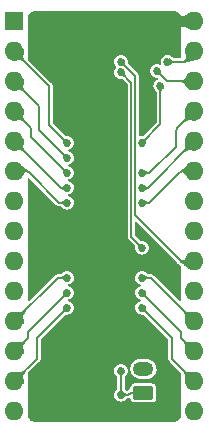
<source format=gbr>
%TF.GenerationSoftware,KiCad,Pcbnew,(6.0.9)*%
%TF.CreationDate,2022-12-20T17:59:48-05:00*%
%TF.ProjectId,6264_FRAM_MOD,36323634-5f46-4524-914d-5f4d4f442e6b,rev?*%
%TF.SameCoordinates,Original*%
%TF.FileFunction,Copper,L2,Bot*%
%TF.FilePolarity,Positive*%
%FSLAX46Y46*%
G04 Gerber Fmt 4.6, Leading zero omitted, Abs format (unit mm)*
G04 Created by KiCad (PCBNEW (6.0.9)) date 2022-12-20 17:59:48*
%MOMM*%
%LPD*%
G01*
G04 APERTURE LIST*
G04 Aperture macros list*
%AMRoundRect*
0 Rectangle with rounded corners*
0 $1 Rounding radius*
0 $2 $3 $4 $5 $6 $7 $8 $9 X,Y pos of 4 corners*
0 Add a 4 corners polygon primitive as box body*
4,1,4,$2,$3,$4,$5,$6,$7,$8,$9,$2,$3,0*
0 Add four circle primitives for the rounded corners*
1,1,$1+$1,$2,$3*
1,1,$1+$1,$4,$5*
1,1,$1+$1,$6,$7*
1,1,$1+$1,$8,$9*
0 Add four rect primitives between the rounded corners*
20,1,$1+$1,$2,$3,$4,$5,0*
20,1,$1+$1,$4,$5,$6,$7,0*
20,1,$1+$1,$6,$7,$8,$9,0*
20,1,$1+$1,$8,$9,$2,$3,0*%
G04 Aperture macros list end*
%TA.AperFunction,ComponentPad*%
%ADD10RoundRect,0.250000X0.625000X-0.350000X0.625000X0.350000X-0.625000X0.350000X-0.625000X-0.350000X0*%
%TD*%
%TA.AperFunction,ComponentPad*%
%ADD11O,1.750000X1.200000*%
%TD*%
%TA.AperFunction,ComponentPad*%
%ADD12R,1.600000X1.600000*%
%TD*%
%TA.AperFunction,ComponentPad*%
%ADD13O,1.600000X1.600000*%
%TD*%
%TA.AperFunction,ViaPad*%
%ADD14C,0.685800*%
%TD*%
%TA.AperFunction,Conductor*%
%ADD15C,0.152400*%
%TD*%
%TA.AperFunction,Conductor*%
%ADD16C,0.914400*%
%TD*%
G04 APERTURE END LIST*
D10*
%TO.P,J1,1,Pin_1*%
%TO.N,/BATT_FAKE*%
X122682000Y-89865200D03*
D11*
%TO.P,J1,2,Pin_2*%
%TO.N,GND*%
X122682000Y-87865200D03*
%TD*%
D12*
%TO.P,U10,1,NC*%
%TO.N,unconnected-(U10-Pad1)*%
X111760000Y-58420000D03*
D13*
%TO.P,U10,2,A12*%
%TO.N,/A12*%
X111760000Y-60960000D03*
%TO.P,U10,3,A7*%
%TO.N,/A7*%
X111760000Y-63500000D03*
%TO.P,U10,4,A6*%
%TO.N,/A6*%
X111760000Y-66040000D03*
%TO.P,U10,5,A5*%
%TO.N,/A5*%
X111760000Y-68580000D03*
%TO.P,U10,6,A4*%
%TO.N,/A4*%
X111760000Y-71120000D03*
%TO.P,U10,7,A3*%
%TO.N,/A3*%
X111760000Y-73660000D03*
%TO.P,U10,8,A2*%
%TO.N,/A2*%
X111760000Y-76200000D03*
%TO.P,U10,9,A1*%
%TO.N,/A1*%
X111760000Y-78740000D03*
%TO.P,U10,10,A0*%
%TO.N,/A0*%
X111760000Y-81280000D03*
%TO.P,U10,11,D0*%
%TO.N,/D0*%
X111760000Y-83820000D03*
%TO.P,U10,12,D1*%
%TO.N,/D1*%
X111760000Y-86360000D03*
%TO.P,U10,13,D2*%
%TO.N,/D2*%
X111760000Y-88900000D03*
%TO.P,U10,14,GND*%
%TO.N,GND*%
X111760000Y-91440000D03*
%TO.P,U10,15,D3*%
%TO.N,/D3*%
X127000000Y-91440000D03*
%TO.P,U10,16,D4*%
%TO.N,/D4*%
X127000000Y-88900000D03*
%TO.P,U10,17,D5*%
%TO.N,/D5*%
X127000000Y-86360000D03*
%TO.P,U10,18,D6*%
%TO.N,/D6*%
X127000000Y-83820000D03*
%TO.P,U10,19,D7*%
%TO.N,/D7*%
X127000000Y-81280000D03*
%TO.P,U10,20,~{CE1}*%
%TO.N,/~{CE1}*%
X127000000Y-78740000D03*
%TO.P,U10,21,A10*%
%TO.N,/A10*%
X127000000Y-76200000D03*
%TO.P,U10,22,~{OE}*%
%TO.N,/~{OE}*%
X127000000Y-73660000D03*
%TO.P,U10,23,A11*%
%TO.N,/A11*%
X127000000Y-71120000D03*
%TO.P,U10,24,A9*%
%TO.N,/A9*%
X127000000Y-68580000D03*
%TO.P,U10,25,A8*%
%TO.N,/A8*%
X127000000Y-66040000D03*
%TO.P,U10,26,CE2*%
%TO.N,/CE2*%
X127000000Y-63500000D03*
%TO.P,U10,27,~{WE}*%
%TO.N,/~{WE}*%
X127000000Y-60960000D03*
%TO.P,U10,28,VCC*%
%TO.N,VCC*%
X127000000Y-58420000D03*
%TD*%
D14*
%TO.N,/D2*%
X116205000Y-82677000D03*
%TO.N,/D1*%
X116205000Y-81407000D03*
%TO.N,/A8*%
X122555000Y-71247000D03*
%TO.N,/D0*%
X116205000Y-80137000D03*
%TO.N,/A9*%
X122555000Y-72517000D03*
%TO.N,/A11*%
X122555000Y-73787000D03*
%TO.N,/A4*%
X116205000Y-73787000D03*
%TO.N,/A5*%
X116205000Y-72517000D03*
%TO.N,/D6*%
X122555000Y-80137000D03*
%TO.N,/A6*%
X116205000Y-71247000D03*
%TO.N,/D5*%
X122555000Y-81407000D03*
%TO.N,/A7*%
X116205000Y-69977000D03*
%TO.N,/D4*%
X122555000Y-82677000D03*
%TO.N,/A12*%
X116205000Y-68707000D03*
%TO.N,/CE2*%
X123825000Y-62618222D03*
%TO.N,/~{CE1}*%
X120777000Y-61849000D03*
%TO.N,/~{WE}*%
X122555000Y-68707000D03*
X124104400Y-63881000D03*
X124714000Y-61849000D03*
%TO.N,VCC*%
X125476000Y-59752900D03*
X120799466Y-91313000D03*
X122809000Y-60510022D03*
%TO.N,/BATT_FAKE*%
X120777000Y-90043000D03*
X120777000Y-88011000D03*
%TO.N,/~{CE_FM}*%
X122555000Y-77597000D03*
X120777000Y-62738000D03*
%TD*%
D15*
%TO.N,/D2*%
X113665000Y-86995000D02*
X111760000Y-88900000D01*
X116205000Y-82677000D02*
X113665000Y-85217000D01*
X113665000Y-85217000D02*
X113665000Y-86995000D01*
%TO.N,/D1*%
X116205000Y-81407000D02*
X112903000Y-84709000D01*
X112903000Y-85217000D02*
X111760000Y-86360000D01*
X112903000Y-84709000D02*
X112903000Y-85217000D01*
%TO.N,/A8*%
X125476000Y-67658689D02*
X125476000Y-68866311D01*
X123190000Y-71247000D02*
X122555000Y-71247000D01*
X125409044Y-69027956D02*
X123190000Y-71247000D01*
X127000000Y-66040000D02*
X125542955Y-67497045D01*
X125475993Y-67658689D02*
G75*
G02*
X125542955Y-67497045I228607J-11D01*
G01*
X125409059Y-69027971D02*
G75*
G03*
X125476000Y-68866311I-161759J161671D01*
G01*
%TO.N,/D0*%
X115492508Y-80138459D02*
X116203541Y-80138459D01*
X116203541Y-80138459D02*
X116205000Y-80137000D01*
X111760000Y-83820000D02*
X115376045Y-80203955D01*
X115492508Y-80138460D02*
G75*
G03*
X115376046Y-80203956I69592J-260040D01*
G01*
%TO.N,/A9*%
X127000000Y-68580000D02*
X123063000Y-72517000D01*
X123063000Y-72517000D02*
X122555000Y-72517000D01*
%TO.N,/A11*%
X123190000Y-73787000D02*
X122555000Y-73787000D01*
X125790044Y-71186956D02*
X123190000Y-73787000D01*
X127000000Y-71120000D02*
X125951689Y-71120000D01*
X125790029Y-71186941D02*
G75*
G02*
X125951689Y-71120000I161671J-161759D01*
G01*
%TO.N,/A4*%
X111760000Y-71120000D02*
X112808311Y-71120000D01*
X112969956Y-71186956D02*
X115570000Y-73787000D01*
X115570000Y-73787000D02*
X116205000Y-73787000D01*
X112969971Y-71186941D02*
G75*
G03*
X112808311Y-71120000I-161671J-161759D01*
G01*
%TO.N,/A5*%
X116205000Y-72517000D02*
X115697000Y-72517000D01*
X115697000Y-72517000D02*
X111760000Y-68580000D01*
%TO.N,/D6*%
X122556459Y-80138459D02*
X122555000Y-80137000D01*
X127000000Y-83820000D02*
X123383955Y-80203955D01*
X123267492Y-80138459D02*
X122556459Y-80138459D01*
X123267492Y-80138460D02*
G75*
G02*
X123383954Y-80203956I-69592J-260040D01*
G01*
%TO.N,/A6*%
X113157000Y-68199000D02*
X116205000Y-71247000D01*
X111760000Y-66040000D02*
X113090045Y-67370045D01*
X113157000Y-67531689D02*
X113157000Y-68199000D01*
X113157007Y-67531689D02*
G75*
G03*
X113090045Y-67370045I-228607J-11D01*
G01*
%TO.N,/D5*%
X122555000Y-81407000D02*
X125857000Y-84709000D01*
X125857000Y-85217000D02*
X127000000Y-86360000D01*
X125857000Y-84709000D02*
X125857000Y-85217000D01*
%TO.N,/A7*%
X113842810Y-65677499D02*
X113842810Y-67614810D01*
X111760000Y-63500000D02*
X113775855Y-65515855D01*
X113842810Y-67614810D02*
X116205000Y-69977000D01*
X113842807Y-65677499D02*
G75*
G03*
X113775855Y-65515855I-228607J-1D01*
G01*
%TO.N,/D4*%
X125095000Y-85217000D02*
X125095000Y-86995000D01*
X125095000Y-86995000D02*
X127000000Y-88900000D01*
X122555000Y-82677000D02*
X125095000Y-85217000D01*
%TO.N,/A12*%
X111760000Y-60960000D02*
X114681000Y-63881000D01*
X114681000Y-67183000D02*
X116205000Y-68707000D01*
X114681000Y-63881000D02*
X114681000Y-67183000D01*
%TO.N,/CE2*%
X124706778Y-63500000D02*
X127000000Y-63500000D01*
X123825000Y-62618222D02*
X124706778Y-63500000D01*
%TO.N,/~{CE1}*%
X125868630Y-78740000D02*
X121984000Y-74855370D01*
X121984000Y-63056000D02*
X120777000Y-61849000D01*
X121984000Y-74855370D02*
X121984000Y-63056000D01*
X127000000Y-78740000D02*
X125868630Y-78740000D01*
%TO.N,/~{WE}*%
X124104400Y-67157600D02*
X124104400Y-63881000D01*
X126111000Y-61849000D02*
X124714000Y-61849000D01*
X122555000Y-68707000D02*
X124104400Y-67157600D01*
X127000000Y-60960000D02*
X126111000Y-61849000D01*
D16*
%TO.N,VCC*%
X127000000Y-58420000D02*
X125857000Y-58420000D01*
D15*
%TO.N,/BATT_FAKE*%
X121412000Y-90043000D02*
X121589800Y-89865200D01*
X120777000Y-88011000D02*
X120777000Y-90043000D01*
X120777000Y-90043000D02*
X121412000Y-90043000D01*
X121589800Y-89865200D02*
X122682000Y-89865200D01*
%TO.N,/~{CE_FM}*%
X121666000Y-63627000D02*
X121666000Y-76708000D01*
X120777000Y-62738000D02*
X121666000Y-63627000D01*
X121666000Y-76708000D02*
X122555000Y-77597000D01*
%TD*%
%TA.AperFunction,Conductor*%
%TO.N,/A8*%
G36*
X127279016Y-65760661D02*
G01*
X127282604Y-65769323D01*
X127279806Y-65912456D01*
X127263047Y-66769787D01*
X127262714Y-66786799D01*
X127259126Y-66795003D01*
X127253923Y-66797903D01*
X127221190Y-66806299D01*
X127163131Y-66821191D01*
X127128483Y-66830078D01*
X127126582Y-66830402D01*
X127005067Y-66840874D01*
X127003488Y-66840903D01*
X126890836Y-66835336D01*
X126889902Y-66835251D01*
X126783474Y-66821184D01*
X126783428Y-66821178D01*
X126703060Y-66809486D01*
X126681348Y-66806328D01*
X126681345Y-66806328D01*
X126681148Y-66806299D01*
X126581088Y-66798417D01*
X126580665Y-66798446D01*
X126580661Y-66798446D01*
X126481513Y-66805243D01*
X126480901Y-66805285D01*
X126480310Y-66805454D01*
X126394220Y-66830078D01*
X126378214Y-66834656D01*
X126270657Y-66894279D01*
X126221307Y-66936247D01*
X126164078Y-66984914D01*
X126155555Y-66987663D01*
X126148225Y-66984274D01*
X126055726Y-66891775D01*
X126052299Y-66883502D01*
X126055086Y-66875923D01*
X126145343Y-66769787D01*
X126145349Y-66769778D01*
X126145720Y-66769342D01*
X126205343Y-66661785D01*
X126234714Y-66559098D01*
X126241582Y-66458911D01*
X126233700Y-66358851D01*
X126218818Y-66256547D01*
X126204748Y-66150097D01*
X126204662Y-66149152D01*
X126199096Y-66036513D01*
X126199125Y-66034931D01*
X126209597Y-65913418D01*
X126209921Y-65911516D01*
X126242097Y-65786077D01*
X126247472Y-65778915D01*
X126253200Y-65777286D01*
X126673677Y-65769066D01*
X127270677Y-65757396D01*
X127279016Y-65760661D01*
G37*
%TD.AperFunction*%
%TD*%
%TA.AperFunction,Conductor*%
%TO.N,/~{CE_FM}*%
G36*
X120908996Y-62621717D02*
G01*
X121092169Y-62625298D01*
X121100373Y-62628886D01*
X121103223Y-62633900D01*
X121115530Y-62678747D01*
X121115835Y-62680228D01*
X121122507Y-62728114D01*
X121122612Y-62729313D01*
X121124196Y-62773857D01*
X121124200Y-62774508D01*
X121123294Y-62816854D01*
X121122568Y-62857738D01*
X121124743Y-62897823D01*
X121132536Y-62938100D01*
X121148663Y-62979563D01*
X121175837Y-63023203D01*
X121202045Y-63053169D01*
X121209573Y-63061777D01*
X121212440Y-63070260D01*
X121209039Y-63077752D01*
X121116752Y-63170039D01*
X121108479Y-63173466D01*
X121100777Y-63170573D01*
X121096665Y-63166977D01*
X121062203Y-63136837D01*
X121061802Y-63136587D01*
X121019031Y-63109954D01*
X121019028Y-63109952D01*
X121018563Y-63109663D01*
X120977100Y-63093536D01*
X120936823Y-63085743D01*
X120936433Y-63085722D01*
X120936426Y-63085721D01*
X120896941Y-63083579D01*
X120896738Y-63083568D01*
X120855854Y-63084294D01*
X120813508Y-63085200D01*
X120812870Y-63085196D01*
X120786417Y-63084256D01*
X120768313Y-63083612D01*
X120767114Y-63083507D01*
X120747052Y-63080712D01*
X120719223Y-63076834D01*
X120717752Y-63076531D01*
X120672899Y-63064222D01*
X120665828Y-63058729D01*
X120664298Y-63053169D01*
X120663705Y-63022802D01*
X120659679Y-62816882D01*
X120656005Y-62628932D01*
X120659270Y-62620593D01*
X120667932Y-62617005D01*
X120908996Y-62621717D01*
G37*
%TD.AperFunction*%
%TD*%
%TA.AperFunction,Conductor*%
%TO.N,/D2*%
G36*
X112611775Y-87955726D02*
G01*
X112704274Y-88048225D01*
X112707701Y-88056498D01*
X112704914Y-88064078D01*
X112669668Y-88105525D01*
X112614279Y-88170657D01*
X112554656Y-88278214D01*
X112525285Y-88380901D01*
X112518417Y-88481088D01*
X112526299Y-88581148D01*
X112526328Y-88581345D01*
X112526328Y-88581348D01*
X112541170Y-88683374D01*
X112541191Y-88683525D01*
X112555250Y-88789891D01*
X112555337Y-88790847D01*
X112560903Y-88903486D01*
X112560874Y-88905068D01*
X112550402Y-89026581D01*
X112550078Y-89028483D01*
X112517903Y-89153923D01*
X112512528Y-89161085D01*
X112506800Y-89162714D01*
X112086323Y-89170934D01*
X111489323Y-89182604D01*
X111480984Y-89179339D01*
X111477396Y-89170677D01*
X111494842Y-88278214D01*
X111497286Y-88153201D01*
X111500874Y-88144997D01*
X111506077Y-88142097D01*
X111631516Y-88109921D01*
X111633417Y-88109597D01*
X111754932Y-88099125D01*
X111756511Y-88099096D01*
X111869163Y-88104663D01*
X111870097Y-88104748D01*
X111976525Y-88118815D01*
X111976571Y-88118821D01*
X112056939Y-88130513D01*
X112078651Y-88133671D01*
X112078654Y-88133671D01*
X112078851Y-88133700D01*
X112178911Y-88141582D01*
X112179334Y-88141553D01*
X112179338Y-88141553D01*
X112278486Y-88134756D01*
X112279098Y-88134714D01*
X112334709Y-88118808D01*
X112381149Y-88105525D01*
X112381150Y-88105525D01*
X112381785Y-88105343D01*
X112489342Y-88045720D01*
X112489778Y-88045349D01*
X112489787Y-88045343D01*
X112595923Y-87955086D01*
X112604445Y-87952337D01*
X112611775Y-87955726D01*
G37*
%TD.AperFunction*%
%TD*%
%TA.AperFunction,Conductor*%
%TO.N,/D2*%
G36*
X116322407Y-82559270D02*
G01*
X116325995Y-82567932D01*
X116321526Y-82796530D01*
X116318296Y-82961802D01*
X116317702Y-82992169D01*
X116314114Y-83000373D01*
X116309101Y-83003222D01*
X116264247Y-83015531D01*
X116262776Y-83015834D01*
X116234947Y-83019712D01*
X116214885Y-83022507D01*
X116213686Y-83022612D01*
X116195582Y-83023256D01*
X116169129Y-83024196D01*
X116168491Y-83024200D01*
X116126145Y-83023294D01*
X116085261Y-83022568D01*
X116085058Y-83022579D01*
X116045573Y-83024721D01*
X116045566Y-83024722D01*
X116045176Y-83024743D01*
X116004899Y-83032536D01*
X115963436Y-83048663D01*
X115962971Y-83048952D01*
X115962968Y-83048954D01*
X115920194Y-83075589D01*
X115919796Y-83075837D01*
X115919448Y-83076141D01*
X115919439Y-83076148D01*
X115881222Y-83109572D01*
X115872739Y-83112439D01*
X115865247Y-83109038D01*
X115772961Y-83016752D01*
X115769534Y-83008479D01*
X115772427Y-83000777D01*
X115781754Y-82990112D01*
X115806162Y-82962203D01*
X115833336Y-82918563D01*
X115849463Y-82877100D01*
X115857256Y-82836823D01*
X115859431Y-82796738D01*
X115858705Y-82755854D01*
X115857799Y-82713508D01*
X115857803Y-82712857D01*
X115859387Y-82668313D01*
X115859492Y-82667114D01*
X115866164Y-82619228D01*
X115866467Y-82617755D01*
X115878778Y-82572898D01*
X115884271Y-82565828D01*
X115889830Y-82564298D01*
X116073004Y-82560717D01*
X116314068Y-82556005D01*
X116322407Y-82559270D01*
G37*
%TD.AperFunction*%
%TD*%
%TA.AperFunction,Conductor*%
%TO.N,/D1*%
G36*
X116322407Y-81289270D02*
G01*
X116325995Y-81297932D01*
X116321526Y-81526530D01*
X116318296Y-81691802D01*
X116317702Y-81722169D01*
X116314114Y-81730373D01*
X116309101Y-81733222D01*
X116264247Y-81745531D01*
X116262776Y-81745834D01*
X116234947Y-81749712D01*
X116214885Y-81752507D01*
X116213686Y-81752612D01*
X116195582Y-81753256D01*
X116169129Y-81754196D01*
X116168491Y-81754200D01*
X116126145Y-81753294D01*
X116085261Y-81752568D01*
X116085058Y-81752579D01*
X116045573Y-81754721D01*
X116045566Y-81754722D01*
X116045176Y-81754743D01*
X116004899Y-81762536D01*
X115963436Y-81778663D01*
X115962971Y-81778952D01*
X115962968Y-81778954D01*
X115920194Y-81805589D01*
X115919796Y-81805837D01*
X115919448Y-81806141D01*
X115919439Y-81806148D01*
X115881222Y-81839572D01*
X115872739Y-81842439D01*
X115865247Y-81839038D01*
X115772961Y-81746752D01*
X115769534Y-81738479D01*
X115772427Y-81730777D01*
X115781754Y-81720112D01*
X115806162Y-81692203D01*
X115833336Y-81648563D01*
X115849463Y-81607100D01*
X115857256Y-81566823D01*
X115859431Y-81526738D01*
X115858705Y-81485854D01*
X115857799Y-81443508D01*
X115857803Y-81442857D01*
X115859387Y-81398313D01*
X115859492Y-81397114D01*
X115866164Y-81349228D01*
X115866467Y-81347755D01*
X115878778Y-81302898D01*
X115884271Y-81295828D01*
X115889830Y-81294298D01*
X116073004Y-81290717D01*
X116314068Y-81286005D01*
X116322407Y-81289270D01*
G37*
%TD.AperFunction*%
%TD*%
%TA.AperFunction,Conductor*%
%TO.N,/D1*%
G36*
X112611775Y-85415726D02*
G01*
X112704274Y-85508225D01*
X112707701Y-85516498D01*
X112704914Y-85524078D01*
X112669668Y-85565525D01*
X112614279Y-85630657D01*
X112554656Y-85738214D01*
X112525285Y-85840901D01*
X112518417Y-85941088D01*
X112526299Y-86041148D01*
X112526328Y-86041345D01*
X112526328Y-86041348D01*
X112541170Y-86143374D01*
X112541191Y-86143525D01*
X112555250Y-86249891D01*
X112555337Y-86250847D01*
X112560903Y-86363486D01*
X112560874Y-86365068D01*
X112550402Y-86486581D01*
X112550078Y-86488483D01*
X112517903Y-86613923D01*
X112512528Y-86621085D01*
X112506800Y-86622714D01*
X112086323Y-86630934D01*
X111489323Y-86642604D01*
X111480984Y-86639339D01*
X111477396Y-86630677D01*
X111494842Y-85738214D01*
X111497286Y-85613201D01*
X111500874Y-85604997D01*
X111506077Y-85602097D01*
X111631516Y-85569921D01*
X111633417Y-85569597D01*
X111754932Y-85559125D01*
X111756511Y-85559096D01*
X111869163Y-85564663D01*
X111870097Y-85564748D01*
X111976525Y-85578815D01*
X111976571Y-85578821D01*
X112056939Y-85590513D01*
X112078651Y-85593671D01*
X112078654Y-85593671D01*
X112078851Y-85593700D01*
X112178911Y-85601582D01*
X112179334Y-85601553D01*
X112179338Y-85601553D01*
X112278486Y-85594756D01*
X112279098Y-85594714D01*
X112334709Y-85578808D01*
X112381149Y-85565525D01*
X112381150Y-85565525D01*
X112381785Y-85565343D01*
X112489342Y-85505720D01*
X112489778Y-85505349D01*
X112489787Y-85505343D01*
X112595923Y-85415086D01*
X112604445Y-85412337D01*
X112611775Y-85415726D01*
G37*
%TD.AperFunction*%
%TD*%
%TA.AperFunction,Conductor*%
%TO.N,/A8*%
G36*
X122712063Y-70942715D02*
G01*
X122752480Y-70965726D01*
X122753743Y-70966558D01*
X122769966Y-70978812D01*
X122792331Y-70995707D01*
X122793237Y-70996468D01*
X122810202Y-71012266D01*
X122825856Y-71026846D01*
X122826330Y-71027314D01*
X122855625Y-71057890D01*
X122884021Y-71087313D01*
X122884173Y-71087449D01*
X122884184Y-71087460D01*
X122899890Y-71101548D01*
X122913904Y-71114119D01*
X122947895Y-71137089D01*
X122988617Y-71155005D01*
X122989143Y-71155127D01*
X122989145Y-71155128D01*
X123008856Y-71159711D01*
X123038691Y-71166648D01*
X123039162Y-71166679D01*
X123039165Y-71166680D01*
X123061548Y-71168177D01*
X123089822Y-71170069D01*
X123097847Y-71174041D01*
X123100740Y-71181743D01*
X123100740Y-71312256D01*
X123097313Y-71320529D01*
X123089821Y-71323930D01*
X123039165Y-71327319D01*
X123039161Y-71327320D01*
X123038691Y-71327351D01*
X123008856Y-71334288D01*
X122989145Y-71338871D01*
X122989143Y-71338872D01*
X122988617Y-71338994D01*
X122947895Y-71356910D01*
X122913904Y-71379880D01*
X122899890Y-71392451D01*
X122884184Y-71406539D01*
X122884173Y-71406550D01*
X122884021Y-71406686D01*
X122855625Y-71436109D01*
X122826330Y-71466685D01*
X122825856Y-71467153D01*
X122810202Y-71481733D01*
X122793237Y-71497531D01*
X122792331Y-71498292D01*
X122753738Y-71527446D01*
X122752486Y-71528270D01*
X122712062Y-71551285D01*
X122703178Y-71552400D01*
X122698164Y-71549550D01*
X122675175Y-71527442D01*
X122392319Y-71255433D01*
X122388731Y-71247229D01*
X122392319Y-71238567D01*
X122459418Y-71174041D01*
X122698165Y-70944450D01*
X122706503Y-70941185D01*
X122712063Y-70942715D01*
G37*
%TD.AperFunction*%
%TD*%
%TA.AperFunction,Conductor*%
%TO.N,/A11*%
G36*
X126441950Y-70558787D02*
G01*
X127100341Y-70944464D01*
X127386662Y-71112187D01*
X127392068Y-71119325D01*
X127390843Y-71128196D01*
X127388859Y-71130714D01*
X126726748Y-71767435D01*
X126657986Y-71833560D01*
X126649647Y-71836825D01*
X126643499Y-71834936D01*
X126641383Y-71833560D01*
X126619118Y-71819086D01*
X126539666Y-71767435D01*
X126537833Y-71765962D01*
X126442544Y-71672110D01*
X126441548Y-71670995D01*
X126357897Y-71564341D01*
X126357457Y-71563742D01*
X126282008Y-71453841D01*
X126281997Y-71453825D01*
X126211404Y-71350629D01*
X126142222Y-71264075D01*
X126141786Y-71263707D01*
X126071714Y-71204590D01*
X126071712Y-71204589D01*
X126070828Y-71203843D01*
X126069723Y-71203496D01*
X126069721Y-71203495D01*
X125995123Y-71180076D01*
X125993591Y-71179595D01*
X125992031Y-71179980D01*
X125908058Y-71200703D01*
X125908056Y-71200704D01*
X125906877Y-71200995D01*
X125905912Y-71201736D01*
X125905913Y-71201736D01*
X125815196Y-71271450D01*
X125806548Y-71273774D01*
X125799794Y-71270446D01*
X125707716Y-71178368D01*
X125704289Y-71170095D01*
X125707866Y-71161675D01*
X125793923Y-71078651D01*
X125794265Y-71078333D01*
X125824678Y-71051250D01*
X125876789Y-71004846D01*
X125877126Y-71004558D01*
X125950395Y-70944600D01*
X125950738Y-70944330D01*
X126017505Y-70893729D01*
X126017732Y-70893561D01*
X126080854Y-70848079D01*
X126080856Y-70848082D01*
X126080886Y-70848056D01*
X126142931Y-70803664D01*
X126142989Y-70803622D01*
X126206556Y-70756261D01*
X126206650Y-70756191D01*
X126206746Y-70756114D01*
X126274519Y-70701671D01*
X126274530Y-70701662D01*
X126274633Y-70701579D01*
X126296875Y-70682028D01*
X126349532Y-70635744D01*
X126349546Y-70635731D01*
X126349619Y-70635667D01*
X126349685Y-70635603D01*
X126349702Y-70635588D01*
X126427933Y-70560445D01*
X126436274Y-70557185D01*
X126441950Y-70558787D01*
G37*
%TD.AperFunction*%
%TD*%
%TA.AperFunction,Conductor*%
%TO.N,/D0*%
G36*
X116060542Y-79835063D02*
G01*
X116367642Y-80127872D01*
X116371265Y-80136061D01*
X116367714Y-80144739D01*
X116291249Y-80218903D01*
X116084919Y-80419025D01*
X116063126Y-80440162D01*
X116054801Y-80443462D01*
X116049240Y-80441958D01*
X116008511Y-80419025D01*
X116007251Y-80418205D01*
X115989421Y-80404893D01*
X115968352Y-80389161D01*
X115967444Y-80388408D01*
X115934541Y-80358137D01*
X115934070Y-80357678D01*
X115904504Y-80327206D01*
X115904489Y-80327191D01*
X115904460Y-80327161D01*
X115875986Y-80298021D01*
X115875983Y-80298018D01*
X115875849Y-80297881D01*
X115845712Y-80271163D01*
X115811465Y-80248266D01*
X115810987Y-80248058D01*
X115810984Y-80248056D01*
X115789549Y-80238715D01*
X115770483Y-80230406D01*
X115769967Y-80230287D01*
X115769964Y-80230286D01*
X115744780Y-80224480D01*
X115720137Y-80218798D01*
X115711693Y-80218237D01*
X115668726Y-80215384D01*
X115660698Y-80211417D01*
X115657801Y-80203710D01*
X115657801Y-80073203D01*
X115661228Y-80064930D01*
X115668721Y-80061529D01*
X115719923Y-80058107D01*
X115720373Y-80058002D01*
X115720376Y-80058002D01*
X115769524Y-80046587D01*
X115769526Y-80046586D01*
X115770057Y-80046463D01*
X115810825Y-80028536D01*
X115822726Y-80020493D01*
X115844514Y-80005769D01*
X115844520Y-80005765D01*
X115844849Y-80005542D01*
X115874752Y-79978691D01*
X115903155Y-79949196D01*
X115932465Y-79918496D01*
X115932906Y-79918059D01*
X115965521Y-79887529D01*
X115966434Y-79886759D01*
X116004991Y-79857431D01*
X116006245Y-79856599D01*
X116046639Y-79833387D01*
X116055519Y-79832236D01*
X116060542Y-79835063D01*
G37*
%TD.AperFunction*%
%TD*%
%TA.AperFunction,Conductor*%
%TO.N,/D0*%
G36*
X112611775Y-82875726D02*
G01*
X112704274Y-82968225D01*
X112707701Y-82976498D01*
X112704914Y-82984078D01*
X112669668Y-83025525D01*
X112614279Y-83090657D01*
X112554656Y-83198214D01*
X112525285Y-83300901D01*
X112518417Y-83401088D01*
X112526299Y-83501148D01*
X112526328Y-83501345D01*
X112526328Y-83501348D01*
X112541170Y-83603374D01*
X112541191Y-83603525D01*
X112555250Y-83709891D01*
X112555337Y-83710847D01*
X112560903Y-83823486D01*
X112560874Y-83825068D01*
X112550402Y-83946581D01*
X112550078Y-83948483D01*
X112517903Y-84073923D01*
X112512528Y-84081085D01*
X112506800Y-84082714D01*
X112086323Y-84090934D01*
X111489323Y-84102604D01*
X111480984Y-84099339D01*
X111477396Y-84090677D01*
X111494842Y-83198214D01*
X111497286Y-83073201D01*
X111500874Y-83064997D01*
X111506077Y-83062097D01*
X111631516Y-83029921D01*
X111633417Y-83029597D01*
X111754932Y-83019125D01*
X111756511Y-83019096D01*
X111869163Y-83024663D01*
X111870097Y-83024748D01*
X111976525Y-83038815D01*
X111976571Y-83038821D01*
X112056939Y-83050513D01*
X112078651Y-83053671D01*
X112078654Y-83053671D01*
X112078851Y-83053700D01*
X112178911Y-83061582D01*
X112179334Y-83061553D01*
X112179338Y-83061553D01*
X112278486Y-83054756D01*
X112279098Y-83054714D01*
X112334709Y-83038808D01*
X112381149Y-83025525D01*
X112381150Y-83025525D01*
X112381785Y-83025343D01*
X112489342Y-82965720D01*
X112489778Y-82965349D01*
X112489787Y-82965343D01*
X112595923Y-82875086D01*
X112604445Y-82872337D01*
X112611775Y-82875726D01*
G37*
%TD.AperFunction*%
%TD*%
%TA.AperFunction,Conductor*%
%TO.N,/A9*%
G36*
X127279016Y-68300661D02*
G01*
X127282604Y-68309323D01*
X127279806Y-68452456D01*
X127263047Y-69309787D01*
X127262714Y-69326799D01*
X127259126Y-69335003D01*
X127253923Y-69337903D01*
X127221190Y-69346299D01*
X127163131Y-69361191D01*
X127128483Y-69370078D01*
X127126582Y-69370402D01*
X127005067Y-69380874D01*
X127003488Y-69380903D01*
X126890836Y-69375336D01*
X126889902Y-69375251D01*
X126783474Y-69361184D01*
X126783428Y-69361178D01*
X126703060Y-69349486D01*
X126681348Y-69346328D01*
X126681345Y-69346328D01*
X126681148Y-69346299D01*
X126581088Y-69338417D01*
X126580665Y-69338446D01*
X126580661Y-69338446D01*
X126481513Y-69345243D01*
X126480901Y-69345285D01*
X126480310Y-69345454D01*
X126394220Y-69370078D01*
X126378214Y-69374656D01*
X126270657Y-69434279D01*
X126221307Y-69476247D01*
X126164078Y-69524914D01*
X126155555Y-69527663D01*
X126148225Y-69524274D01*
X126055726Y-69431775D01*
X126052299Y-69423502D01*
X126055086Y-69415923D01*
X126145343Y-69309787D01*
X126145349Y-69309778D01*
X126145720Y-69309342D01*
X126205343Y-69201785D01*
X126234714Y-69099098D01*
X126241582Y-68998911D01*
X126233700Y-68898851D01*
X126218818Y-68796547D01*
X126204748Y-68690097D01*
X126204662Y-68689152D01*
X126199096Y-68576513D01*
X126199125Y-68574931D01*
X126209597Y-68453418D01*
X126209921Y-68451516D01*
X126242097Y-68326077D01*
X126247472Y-68318915D01*
X126253200Y-68317286D01*
X126673677Y-68309066D01*
X127270677Y-68297396D01*
X127279016Y-68300661D01*
G37*
%TD.AperFunction*%
%TD*%
%TA.AperFunction,Conductor*%
%TO.N,/A9*%
G36*
X122712256Y-72213456D02*
G01*
X122747612Y-72236448D01*
X122749427Y-72237903D01*
X122786286Y-72274057D01*
X122787259Y-72275139D01*
X122820231Y-72316703D01*
X122820633Y-72317241D01*
X122850900Y-72360486D01*
X122879519Y-72401246D01*
X122907670Y-72435417D01*
X122936717Y-72459156D01*
X122968025Y-72468621D01*
X122969555Y-72468242D01*
X122969556Y-72468242D01*
X123001785Y-72460260D01*
X123002956Y-72459970D01*
X123003912Y-72459237D01*
X123003914Y-72459236D01*
X123034737Y-72435603D01*
X123043388Y-72433289D01*
X123050129Y-72436615D01*
X123141982Y-72528468D01*
X123145409Y-72536741D01*
X123141599Y-72545379D01*
X123129355Y-72556562D01*
X123108802Y-72575333D01*
X123107893Y-72576083D01*
X123070079Y-72604201D01*
X123069066Y-72604875D01*
X123034044Y-72625644D01*
X123033107Y-72626144D01*
X122999910Y-72641956D01*
X122999293Y-72642228D01*
X122966937Y-72655409D01*
X122934834Y-72668150D01*
X122934702Y-72668209D01*
X122934693Y-72668213D01*
X122906491Y-72680863D01*
X122902567Y-72682623D01*
X122885581Y-72692104D01*
X122869698Y-72700969D01*
X122869692Y-72700973D01*
X122869405Y-72701133D01*
X122834615Y-72725979D01*
X122834368Y-72726202D01*
X122803826Y-72753733D01*
X122795386Y-72756727D01*
X122790078Y-72755138D01*
X122396888Y-72524813D01*
X122391482Y-72517675D01*
X122392707Y-72508804D01*
X122394692Y-72506285D01*
X122442553Y-72460260D01*
X122697768Y-72214831D01*
X122706107Y-72211566D01*
X122712256Y-72213456D01*
G37*
%TD.AperFunction*%
%TD*%
%TA.AperFunction,Conductor*%
%TO.N,/A11*%
G36*
X122712063Y-73482715D02*
G01*
X122752480Y-73505726D01*
X122753743Y-73506558D01*
X122769966Y-73518812D01*
X122792331Y-73535707D01*
X122793237Y-73536468D01*
X122810202Y-73552266D01*
X122825856Y-73566846D01*
X122826330Y-73567314D01*
X122855625Y-73597890D01*
X122884021Y-73627313D01*
X122884173Y-73627449D01*
X122884184Y-73627460D01*
X122899890Y-73641548D01*
X122913904Y-73654119D01*
X122947895Y-73677089D01*
X122988617Y-73695005D01*
X122989143Y-73695127D01*
X122989145Y-73695128D01*
X123008856Y-73699711D01*
X123038691Y-73706648D01*
X123039162Y-73706679D01*
X123039165Y-73706680D01*
X123061548Y-73708177D01*
X123089822Y-73710069D01*
X123097847Y-73714041D01*
X123100740Y-73721743D01*
X123100740Y-73852256D01*
X123097313Y-73860529D01*
X123089821Y-73863930D01*
X123039165Y-73867319D01*
X123039161Y-73867320D01*
X123038691Y-73867351D01*
X123008856Y-73874288D01*
X122989145Y-73878871D01*
X122989143Y-73878872D01*
X122988617Y-73878994D01*
X122947895Y-73896910D01*
X122913904Y-73919880D01*
X122899890Y-73932451D01*
X122884184Y-73946539D01*
X122884173Y-73946550D01*
X122884021Y-73946686D01*
X122855625Y-73976109D01*
X122826330Y-74006685D01*
X122825856Y-74007153D01*
X122810202Y-74021733D01*
X122793237Y-74037531D01*
X122792331Y-74038292D01*
X122753738Y-74067446D01*
X122752486Y-74068270D01*
X122712062Y-74091285D01*
X122703178Y-74092400D01*
X122698164Y-74089550D01*
X122675175Y-74067442D01*
X122392319Y-73795433D01*
X122388731Y-73787229D01*
X122392319Y-73778567D01*
X122459418Y-73714041D01*
X122698165Y-73484450D01*
X122706503Y-73481185D01*
X122712063Y-73482715D01*
G37*
%TD.AperFunction*%
%TD*%
%TA.AperFunction,Conductor*%
%TO.N,/~{CE_FM}*%
G36*
X122231223Y-77164427D02*
G01*
X122269796Y-77198162D01*
X122270194Y-77198410D01*
X122270197Y-77198412D01*
X122312968Y-77225045D01*
X122312971Y-77225047D01*
X122313436Y-77225336D01*
X122354899Y-77241463D01*
X122395176Y-77249256D01*
X122395566Y-77249277D01*
X122395573Y-77249278D01*
X122434450Y-77251387D01*
X122435261Y-77251431D01*
X122476145Y-77250705D01*
X122518491Y-77249799D01*
X122519129Y-77249803D01*
X122544507Y-77250705D01*
X122563686Y-77251387D01*
X122564885Y-77251492D01*
X122584947Y-77254287D01*
X122612776Y-77258165D01*
X122614247Y-77258468D01*
X122659100Y-77270777D01*
X122666172Y-77276271D01*
X122667702Y-77281830D01*
X122669132Y-77354968D01*
X122675995Y-77706068D01*
X122672730Y-77714407D01*
X122664068Y-77717995D01*
X122423004Y-77713283D01*
X122239831Y-77709702D01*
X122231627Y-77706114D01*
X122228777Y-77701100D01*
X122216469Y-77656252D01*
X122216164Y-77654771D01*
X122209492Y-77606885D01*
X122209387Y-77605686D01*
X122207803Y-77561142D01*
X122207799Y-77560476D01*
X122208705Y-77518145D01*
X122208705Y-77518117D01*
X122208706Y-77518075D01*
X122209427Y-77477469D01*
X122209431Y-77477261D01*
X122207256Y-77437176D01*
X122199463Y-77396899D01*
X122183336Y-77355436D01*
X122156162Y-77311796D01*
X122122427Y-77273223D01*
X122119560Y-77264740D01*
X122122961Y-77257248D01*
X122215248Y-77164961D01*
X122223521Y-77161534D01*
X122231223Y-77164427D01*
G37*
%TD.AperFunction*%
%TD*%
%TA.AperFunction,Conductor*%
%TO.N,/A4*%
G36*
X112332067Y-70560445D02*
G01*
X112410297Y-70635588D01*
X112410314Y-70635603D01*
X112410380Y-70635667D01*
X112410453Y-70635731D01*
X112410467Y-70635744D01*
X112463124Y-70682028D01*
X112485366Y-70701579D01*
X112485469Y-70701662D01*
X112485480Y-70701671D01*
X112553253Y-70756114D01*
X112553349Y-70756191D01*
X112553443Y-70756261D01*
X112617010Y-70803622D01*
X112617068Y-70803664D01*
X112679113Y-70848056D01*
X112679136Y-70848092D01*
X112679145Y-70848079D01*
X112742267Y-70893561D01*
X112742494Y-70893729D01*
X112809261Y-70944330D01*
X112809604Y-70944600D01*
X112882873Y-71004558D01*
X112883210Y-71004846D01*
X112935321Y-71051250D01*
X112965734Y-71078333D01*
X112966076Y-71078651D01*
X113052134Y-71161675D01*
X113055709Y-71169885D01*
X113052284Y-71178368D01*
X112960206Y-71270446D01*
X112951933Y-71273873D01*
X112944804Y-71271450D01*
X112854086Y-71201736D01*
X112854087Y-71201736D01*
X112853122Y-71200995D01*
X112851943Y-71200704D01*
X112851941Y-71200703D01*
X112767968Y-71179980D01*
X112766408Y-71179595D01*
X112764876Y-71180076D01*
X112690278Y-71203495D01*
X112690276Y-71203496D01*
X112689171Y-71203843D01*
X112688287Y-71204589D01*
X112688285Y-71204590D01*
X112618213Y-71263707D01*
X112617777Y-71264075D01*
X112617419Y-71264523D01*
X112617418Y-71264524D01*
X112609946Y-71273873D01*
X112548595Y-71350629D01*
X112478002Y-71453825D01*
X112477991Y-71453841D01*
X112402542Y-71563742D01*
X112402102Y-71564341D01*
X112318451Y-71670995D01*
X112317455Y-71672110D01*
X112222166Y-71765962D01*
X112220333Y-71767435D01*
X112145462Y-71816108D01*
X112118618Y-71833560D01*
X112116501Y-71834936D01*
X112107697Y-71836573D01*
X112102014Y-71833560D01*
X112033252Y-71767435D01*
X111371142Y-71130715D01*
X111367554Y-71122511D01*
X111370819Y-71114172D01*
X111373338Y-71112187D01*
X111659659Y-70944464D01*
X112318049Y-70558788D01*
X112326919Y-70557563D01*
X112332067Y-70560445D01*
G37*
%TD.AperFunction*%
%TD*%
%TA.AperFunction,Conductor*%
%TO.N,/A4*%
G36*
X116061835Y-73484450D02*
G01*
X116299988Y-73713470D01*
X116367681Y-73778567D01*
X116371269Y-73786771D01*
X116367681Y-73795433D01*
X116084826Y-74067442D01*
X116061836Y-74089550D01*
X116053497Y-74092815D01*
X116047937Y-74091285D01*
X116044890Y-74089550D01*
X116007513Y-74068270D01*
X116006261Y-74067446D01*
X115967668Y-74038292D01*
X115966762Y-74037531D01*
X115949797Y-74021733D01*
X115934143Y-74007153D01*
X115933669Y-74006685D01*
X115904374Y-73976109D01*
X115875978Y-73946686D01*
X115875826Y-73946550D01*
X115875815Y-73946539D01*
X115860109Y-73932451D01*
X115846095Y-73919880D01*
X115812104Y-73896910D01*
X115771382Y-73878994D01*
X115770856Y-73878872D01*
X115770854Y-73878871D01*
X115751143Y-73874288D01*
X115721308Y-73867351D01*
X115720838Y-73867320D01*
X115720834Y-73867319D01*
X115670179Y-73863930D01*
X115662153Y-73859958D01*
X115659260Y-73852256D01*
X115659260Y-73721743D01*
X115662687Y-73713470D01*
X115670178Y-73710069D01*
X115698054Y-73708204D01*
X115720834Y-73706680D01*
X115720837Y-73706679D01*
X115721308Y-73706648D01*
X115751143Y-73699711D01*
X115770854Y-73695128D01*
X115770856Y-73695127D01*
X115771382Y-73695005D01*
X115812104Y-73677089D01*
X115846095Y-73654119D01*
X115860109Y-73641548D01*
X115875815Y-73627460D01*
X115875826Y-73627449D01*
X115875978Y-73627313D01*
X115904374Y-73597890D01*
X115933669Y-73567314D01*
X115934143Y-73566846D01*
X115949797Y-73552266D01*
X115966762Y-73536468D01*
X115967668Y-73535707D01*
X115990033Y-73518812D01*
X116006256Y-73506558D01*
X116007519Y-73505726D01*
X116047937Y-73482715D01*
X116056822Y-73481600D01*
X116061835Y-73484450D01*
G37*
%TD.AperFunction*%
%TD*%
%TA.AperFunction,Conductor*%
%TO.N,/A5*%
G36*
X116062232Y-72214831D02*
G01*
X116317448Y-72460260D01*
X116365308Y-72506285D01*
X116368896Y-72514489D01*
X116365631Y-72522828D01*
X116363112Y-72524813D01*
X115969922Y-72755138D01*
X115961051Y-72756363D01*
X115956176Y-72753735D01*
X115925384Y-72725979D01*
X115890594Y-72701133D01*
X115890307Y-72700973D01*
X115890301Y-72700969D01*
X115874418Y-72692104D01*
X115857432Y-72682623D01*
X115853508Y-72680863D01*
X115825306Y-72668213D01*
X115825297Y-72668209D01*
X115825165Y-72668150D01*
X115793062Y-72655409D01*
X115760706Y-72642228D01*
X115760089Y-72641956D01*
X115726892Y-72626144D01*
X115725955Y-72625644D01*
X115690933Y-72604875D01*
X115689920Y-72604201D01*
X115652106Y-72576083D01*
X115651197Y-72575333D01*
X115618401Y-72545380D01*
X115614603Y-72537271D01*
X115618018Y-72528468D01*
X115709871Y-72436615D01*
X115718144Y-72433188D01*
X115725263Y-72435603D01*
X115756085Y-72459236D01*
X115756087Y-72459237D01*
X115757043Y-72459970D01*
X115758214Y-72460260D01*
X115790443Y-72468242D01*
X115790444Y-72468242D01*
X115791974Y-72468621D01*
X115823282Y-72459156D01*
X115852329Y-72435417D01*
X115880480Y-72401246D01*
X115909099Y-72360486D01*
X115939366Y-72317241D01*
X115939768Y-72316703D01*
X115972740Y-72275139D01*
X115973713Y-72274057D01*
X116010572Y-72237903D01*
X116012380Y-72236453D01*
X116047746Y-72213455D01*
X116056548Y-72211818D01*
X116062232Y-72214831D01*
G37*
%TD.AperFunction*%
%TD*%
%TA.AperFunction,Conductor*%
%TO.N,/A5*%
G36*
X112086323Y-68309066D02*
G01*
X112506799Y-68317286D01*
X112515003Y-68320874D01*
X112517903Y-68326077D01*
X112550078Y-68451516D01*
X112550402Y-68453418D01*
X112560874Y-68574931D01*
X112560903Y-68576513D01*
X112555337Y-68689152D01*
X112555251Y-68690097D01*
X112541181Y-68796547D01*
X112526299Y-68898851D01*
X112518417Y-68998911D01*
X112525285Y-69099098D01*
X112554656Y-69201785D01*
X112614279Y-69309342D01*
X112644809Y-69345243D01*
X112704914Y-69415922D01*
X112707663Y-69424445D01*
X112704274Y-69431775D01*
X112611775Y-69524274D01*
X112603502Y-69527701D01*
X112595922Y-69524914D01*
X112536854Y-69474683D01*
X112489342Y-69434279D01*
X112381785Y-69374656D01*
X112365780Y-69370078D01*
X112279689Y-69345454D01*
X112279098Y-69345285D01*
X112278486Y-69345243D01*
X112179338Y-69338446D01*
X112179334Y-69338446D01*
X112178911Y-69338417D01*
X112078851Y-69346299D01*
X112078654Y-69346328D01*
X112078651Y-69346328D01*
X112056939Y-69349486D01*
X111976571Y-69361178D01*
X111976525Y-69361184D01*
X111870097Y-69375251D01*
X111869163Y-69375336D01*
X111756511Y-69380903D01*
X111754932Y-69380874D01*
X111633417Y-69370402D01*
X111631516Y-69370078D01*
X111506077Y-69337903D01*
X111498915Y-69332528D01*
X111497286Y-69326799D01*
X111494854Y-69202362D01*
X111480194Y-68452456D01*
X111477396Y-68309323D01*
X111480661Y-68300984D01*
X111489323Y-68297396D01*
X112086323Y-68309066D01*
G37*
%TD.AperFunction*%
%TD*%
%TA.AperFunction,Conductor*%
%TO.N,/D6*%
G36*
X126164078Y-82875086D02*
G01*
X126223453Y-82925578D01*
X126270657Y-82965720D01*
X126378214Y-83025343D01*
X126378849Y-83025525D01*
X126378850Y-83025525D01*
X126425290Y-83038808D01*
X126480901Y-83054714D01*
X126481513Y-83054756D01*
X126580661Y-83061553D01*
X126580665Y-83061553D01*
X126581088Y-83061582D01*
X126681148Y-83053700D01*
X126681345Y-83053671D01*
X126681348Y-83053671D01*
X126703060Y-83050513D01*
X126783428Y-83038821D01*
X126783474Y-83038815D01*
X126889902Y-83024748D01*
X126890836Y-83024663D01*
X127003488Y-83019096D01*
X127005067Y-83019125D01*
X127126582Y-83029597D01*
X127128483Y-83029921D01*
X127253923Y-83062097D01*
X127261085Y-83067472D01*
X127262714Y-83073200D01*
X127265158Y-83198214D01*
X127282604Y-84090677D01*
X127279339Y-84099016D01*
X127270677Y-84102604D01*
X126673677Y-84090934D01*
X126253201Y-84082714D01*
X126244997Y-84079126D01*
X126242097Y-84073923D01*
X126209921Y-83948483D01*
X126209597Y-83946581D01*
X126199125Y-83825068D01*
X126199096Y-83823486D01*
X126204662Y-83710847D01*
X126204749Y-83709891D01*
X126218808Y-83603525D01*
X126218829Y-83603374D01*
X126233671Y-83501348D01*
X126233671Y-83501345D01*
X126233700Y-83501148D01*
X126241582Y-83401088D01*
X126234714Y-83300901D01*
X126205343Y-83198214D01*
X126145720Y-83090657D01*
X126084889Y-83019125D01*
X126055086Y-82984078D01*
X126052337Y-82975555D01*
X126055726Y-82968225D01*
X126148225Y-82875726D01*
X126156498Y-82872299D01*
X126164078Y-82875086D01*
G37*
%TD.AperFunction*%
%TD*%
%TA.AperFunction,Conductor*%
%TO.N,/D6*%
G36*
X122713361Y-79833387D02*
G01*
X122753754Y-79856599D01*
X122755008Y-79857431D01*
X122793565Y-79886759D01*
X122794478Y-79887529D01*
X122827093Y-79918059D01*
X122827534Y-79918496D01*
X122856844Y-79949196D01*
X122885247Y-79978691D01*
X122915150Y-80005542D01*
X122915479Y-80005765D01*
X122915485Y-80005769D01*
X122937273Y-80020493D01*
X122949174Y-80028536D01*
X122989942Y-80046463D01*
X122990473Y-80046586D01*
X122990475Y-80046587D01*
X123039623Y-80058002D01*
X123039626Y-80058002D01*
X123040076Y-80058107D01*
X123091279Y-80061529D01*
X123099305Y-80065500D01*
X123102199Y-80073203D01*
X123102199Y-80203710D01*
X123098772Y-80211983D01*
X123091274Y-80215384D01*
X123041290Y-80218703D01*
X123039862Y-80218798D01*
X123015219Y-80224480D01*
X122990035Y-80230286D01*
X122990032Y-80230287D01*
X122989516Y-80230406D01*
X122970450Y-80238715D01*
X122949015Y-80248056D01*
X122949012Y-80248058D01*
X122948534Y-80248266D01*
X122914287Y-80271163D01*
X122884150Y-80297881D01*
X122884016Y-80298018D01*
X122884013Y-80298021D01*
X122855495Y-80327206D01*
X122825929Y-80357678D01*
X122825458Y-80358137D01*
X122792555Y-80388408D01*
X122791647Y-80389161D01*
X122770578Y-80404893D01*
X122752748Y-80418205D01*
X122751490Y-80419024D01*
X122710759Y-80441958D01*
X122701870Y-80443031D01*
X122696874Y-80440162D01*
X122675082Y-80419025D01*
X122468751Y-80218903D01*
X122392286Y-80144739D01*
X122388733Y-80136519D01*
X122392358Y-80127872D01*
X122699458Y-79835063D01*
X122707811Y-79831834D01*
X122713361Y-79833387D01*
G37*
%TD.AperFunction*%
%TD*%
%TA.AperFunction,Conductor*%
%TO.N,/A6*%
G36*
X115881223Y-70814427D02*
G01*
X115919796Y-70848162D01*
X115920194Y-70848410D01*
X115920197Y-70848412D01*
X115962968Y-70875045D01*
X115962971Y-70875047D01*
X115963436Y-70875336D01*
X116004899Y-70891463D01*
X116045176Y-70899256D01*
X116045566Y-70899277D01*
X116045573Y-70899278D01*
X116084450Y-70901387D01*
X116085261Y-70901431D01*
X116126145Y-70900705D01*
X116168491Y-70899799D01*
X116169129Y-70899803D01*
X116194507Y-70900705D01*
X116213686Y-70901387D01*
X116214885Y-70901492D01*
X116234947Y-70904287D01*
X116262776Y-70908165D01*
X116264247Y-70908468D01*
X116309100Y-70920777D01*
X116316172Y-70926271D01*
X116317702Y-70931830D01*
X116319132Y-71004968D01*
X116325995Y-71356068D01*
X116322730Y-71364407D01*
X116314068Y-71367995D01*
X116073004Y-71363283D01*
X115889831Y-71359702D01*
X115881627Y-71356114D01*
X115878777Y-71351100D01*
X115866469Y-71306252D01*
X115866164Y-71304771D01*
X115859492Y-71256885D01*
X115859387Y-71255686D01*
X115857803Y-71211142D01*
X115857799Y-71210476D01*
X115858705Y-71168145D01*
X115858705Y-71168117D01*
X115858706Y-71168075D01*
X115859427Y-71127469D01*
X115859431Y-71127261D01*
X115857256Y-71087176D01*
X115849463Y-71046899D01*
X115833336Y-71005436D01*
X115806162Y-70961796D01*
X115772427Y-70923223D01*
X115769560Y-70914740D01*
X115772961Y-70907248D01*
X115865248Y-70814961D01*
X115873521Y-70811534D01*
X115881223Y-70814427D01*
G37*
%TD.AperFunction*%
%TD*%
%TA.AperFunction,Conductor*%
%TO.N,/A6*%
G36*
X112086323Y-65769066D02*
G01*
X112506799Y-65777286D01*
X112515003Y-65780874D01*
X112517903Y-65786077D01*
X112550078Y-65911516D01*
X112550402Y-65913418D01*
X112560874Y-66034931D01*
X112560903Y-66036513D01*
X112555337Y-66149152D01*
X112555251Y-66150097D01*
X112541181Y-66256547D01*
X112526299Y-66358851D01*
X112518417Y-66458911D01*
X112525285Y-66559098D01*
X112554656Y-66661785D01*
X112614279Y-66769342D01*
X112644809Y-66805243D01*
X112704914Y-66875922D01*
X112707663Y-66884445D01*
X112704274Y-66891775D01*
X112611775Y-66984274D01*
X112603502Y-66987701D01*
X112595922Y-66984914D01*
X112536854Y-66934683D01*
X112489342Y-66894279D01*
X112381785Y-66834656D01*
X112365780Y-66830078D01*
X112279689Y-66805454D01*
X112279098Y-66805285D01*
X112278486Y-66805243D01*
X112179338Y-66798446D01*
X112179334Y-66798446D01*
X112178911Y-66798417D01*
X112078851Y-66806299D01*
X112078654Y-66806328D01*
X112078651Y-66806328D01*
X112056939Y-66809486D01*
X111976571Y-66821178D01*
X111976525Y-66821184D01*
X111870097Y-66835251D01*
X111869163Y-66835336D01*
X111756511Y-66840903D01*
X111754932Y-66840874D01*
X111633417Y-66830402D01*
X111631516Y-66830078D01*
X111506077Y-66797903D01*
X111498915Y-66792528D01*
X111497286Y-66786799D01*
X111494854Y-66662362D01*
X111480194Y-65912456D01*
X111477396Y-65769323D01*
X111480661Y-65760984D01*
X111489323Y-65757396D01*
X112086323Y-65769066D01*
G37*
%TD.AperFunction*%
%TD*%
%TA.AperFunction,Conductor*%
%TO.N,/D5*%
G36*
X122686996Y-81290717D02*
G01*
X122870169Y-81294298D01*
X122878373Y-81297886D01*
X122881223Y-81302900D01*
X122893530Y-81347747D01*
X122893835Y-81349228D01*
X122900507Y-81397114D01*
X122900612Y-81398313D01*
X122902196Y-81442857D01*
X122902200Y-81443508D01*
X122901294Y-81485854D01*
X122900568Y-81526738D01*
X122902743Y-81566823D01*
X122910536Y-81607100D01*
X122926663Y-81648563D01*
X122953837Y-81692203D01*
X122980045Y-81722169D01*
X122987573Y-81730777D01*
X122990440Y-81739260D01*
X122987039Y-81746752D01*
X122894752Y-81839039D01*
X122886479Y-81842466D01*
X122878777Y-81839573D01*
X122874665Y-81835977D01*
X122840203Y-81805837D01*
X122839802Y-81805587D01*
X122797031Y-81778954D01*
X122797028Y-81778952D01*
X122796563Y-81778663D01*
X122755100Y-81762536D01*
X122714823Y-81754743D01*
X122714433Y-81754722D01*
X122714426Y-81754721D01*
X122674941Y-81752579D01*
X122674738Y-81752568D01*
X122633854Y-81753294D01*
X122591508Y-81754200D01*
X122590870Y-81754196D01*
X122564417Y-81753256D01*
X122546313Y-81752612D01*
X122545114Y-81752507D01*
X122525052Y-81749712D01*
X122497223Y-81745834D01*
X122495752Y-81745531D01*
X122450899Y-81733222D01*
X122443828Y-81727729D01*
X122442298Y-81722169D01*
X122441705Y-81691802D01*
X122437679Y-81485882D01*
X122434005Y-81297932D01*
X122437270Y-81289593D01*
X122445932Y-81286005D01*
X122686996Y-81290717D01*
G37*
%TD.AperFunction*%
%TD*%
%TA.AperFunction,Conductor*%
%TO.N,/D5*%
G36*
X126164078Y-85415086D02*
G01*
X126223453Y-85465578D01*
X126270657Y-85505720D01*
X126378214Y-85565343D01*
X126378849Y-85565525D01*
X126378850Y-85565525D01*
X126425290Y-85578808D01*
X126480901Y-85594714D01*
X126481513Y-85594756D01*
X126580661Y-85601553D01*
X126580665Y-85601553D01*
X126581088Y-85601582D01*
X126681148Y-85593700D01*
X126681345Y-85593671D01*
X126681348Y-85593671D01*
X126703060Y-85590513D01*
X126783428Y-85578821D01*
X126783474Y-85578815D01*
X126889902Y-85564748D01*
X126890836Y-85564663D01*
X127003488Y-85559096D01*
X127005067Y-85559125D01*
X127126582Y-85569597D01*
X127128483Y-85569921D01*
X127253923Y-85602097D01*
X127261085Y-85607472D01*
X127262714Y-85613200D01*
X127265158Y-85738214D01*
X127282604Y-86630677D01*
X127279339Y-86639016D01*
X127270677Y-86642604D01*
X126673677Y-86630934D01*
X126253201Y-86622714D01*
X126244997Y-86619126D01*
X126242097Y-86613923D01*
X126209921Y-86488483D01*
X126209597Y-86486581D01*
X126199125Y-86365068D01*
X126199096Y-86363486D01*
X126204662Y-86250847D01*
X126204749Y-86249891D01*
X126218808Y-86143525D01*
X126218829Y-86143374D01*
X126233671Y-86041348D01*
X126233671Y-86041345D01*
X126233700Y-86041148D01*
X126241582Y-85941088D01*
X126234714Y-85840901D01*
X126205343Y-85738214D01*
X126145720Y-85630657D01*
X126084889Y-85559125D01*
X126055086Y-85524078D01*
X126052337Y-85515555D01*
X126055726Y-85508225D01*
X126148225Y-85415726D01*
X126156498Y-85412299D01*
X126164078Y-85415086D01*
G37*
%TD.AperFunction*%
%TD*%
%TA.AperFunction,Conductor*%
%TO.N,/A7*%
G36*
X112086323Y-63229066D02*
G01*
X112506799Y-63237286D01*
X112515003Y-63240874D01*
X112517903Y-63246077D01*
X112550078Y-63371516D01*
X112550402Y-63373418D01*
X112560874Y-63494931D01*
X112560903Y-63496513D01*
X112555337Y-63609152D01*
X112555251Y-63610097D01*
X112541181Y-63716547D01*
X112526299Y-63818851D01*
X112518417Y-63918911D01*
X112525285Y-64019098D01*
X112554656Y-64121785D01*
X112614279Y-64229342D01*
X112644809Y-64265243D01*
X112704914Y-64335922D01*
X112707663Y-64344445D01*
X112704274Y-64351775D01*
X112611775Y-64444274D01*
X112603502Y-64447701D01*
X112595922Y-64444914D01*
X112536854Y-64394683D01*
X112489342Y-64354279D01*
X112381785Y-64294656D01*
X112365780Y-64290078D01*
X112279689Y-64265454D01*
X112279098Y-64265285D01*
X112278486Y-64265243D01*
X112179338Y-64258446D01*
X112179334Y-64258446D01*
X112178911Y-64258417D01*
X112078851Y-64266299D01*
X112078654Y-64266328D01*
X112078651Y-64266328D01*
X112056939Y-64269486D01*
X111976571Y-64281178D01*
X111976525Y-64281184D01*
X111870097Y-64295251D01*
X111869163Y-64295336D01*
X111756511Y-64300903D01*
X111754932Y-64300874D01*
X111633417Y-64290402D01*
X111631516Y-64290078D01*
X111506077Y-64257903D01*
X111498915Y-64252528D01*
X111497286Y-64246799D01*
X111494854Y-64122362D01*
X111480194Y-63372456D01*
X111477396Y-63229323D01*
X111480661Y-63220984D01*
X111489323Y-63217396D01*
X112086323Y-63229066D01*
G37*
%TD.AperFunction*%
%TD*%
%TA.AperFunction,Conductor*%
%TO.N,/A7*%
G36*
X115881223Y-69544427D02*
G01*
X115919796Y-69578162D01*
X115920194Y-69578410D01*
X115920197Y-69578412D01*
X115962968Y-69605045D01*
X115962971Y-69605047D01*
X115963436Y-69605336D01*
X116004899Y-69621463D01*
X116045176Y-69629256D01*
X116045566Y-69629277D01*
X116045573Y-69629278D01*
X116084450Y-69631387D01*
X116085261Y-69631431D01*
X116126145Y-69630705D01*
X116168491Y-69629799D01*
X116169129Y-69629803D01*
X116194507Y-69630705D01*
X116213686Y-69631387D01*
X116214885Y-69631492D01*
X116234947Y-69634287D01*
X116262776Y-69638165D01*
X116264247Y-69638468D01*
X116309100Y-69650777D01*
X116316172Y-69656271D01*
X116317702Y-69661830D01*
X116319132Y-69734968D01*
X116325995Y-70086068D01*
X116322730Y-70094407D01*
X116314068Y-70097995D01*
X116073004Y-70093283D01*
X115889831Y-70089702D01*
X115881627Y-70086114D01*
X115878777Y-70081100D01*
X115866469Y-70036252D01*
X115866164Y-70034771D01*
X115859492Y-69986885D01*
X115859387Y-69985686D01*
X115857803Y-69941142D01*
X115857799Y-69940476D01*
X115858705Y-69898145D01*
X115858705Y-69898117D01*
X115858706Y-69898075D01*
X115859427Y-69857469D01*
X115859431Y-69857261D01*
X115857256Y-69817176D01*
X115849463Y-69776899D01*
X115833336Y-69735436D01*
X115806162Y-69691796D01*
X115772427Y-69653223D01*
X115769560Y-69644740D01*
X115772961Y-69637248D01*
X115865248Y-69544961D01*
X115873521Y-69541534D01*
X115881223Y-69544427D01*
G37*
%TD.AperFunction*%
%TD*%
%TA.AperFunction,Conductor*%
%TO.N,/D4*%
G36*
X126164078Y-87955086D02*
G01*
X126223453Y-88005578D01*
X126270657Y-88045720D01*
X126378214Y-88105343D01*
X126378849Y-88105525D01*
X126378850Y-88105525D01*
X126425290Y-88118808D01*
X126480901Y-88134714D01*
X126481513Y-88134756D01*
X126580661Y-88141553D01*
X126580665Y-88141553D01*
X126581088Y-88141582D01*
X126681148Y-88133700D01*
X126681345Y-88133671D01*
X126681348Y-88133671D01*
X126703060Y-88130513D01*
X126783428Y-88118821D01*
X126783474Y-88118815D01*
X126889902Y-88104748D01*
X126890836Y-88104663D01*
X127003488Y-88099096D01*
X127005067Y-88099125D01*
X127126582Y-88109597D01*
X127128483Y-88109921D01*
X127253923Y-88142097D01*
X127261085Y-88147472D01*
X127262714Y-88153200D01*
X127265158Y-88278214D01*
X127282604Y-89170677D01*
X127279339Y-89179016D01*
X127270677Y-89182604D01*
X126673677Y-89170934D01*
X126253201Y-89162714D01*
X126244997Y-89159126D01*
X126242097Y-89153923D01*
X126209921Y-89028483D01*
X126209597Y-89026581D01*
X126199125Y-88905068D01*
X126199096Y-88903486D01*
X126204662Y-88790847D01*
X126204749Y-88789891D01*
X126218808Y-88683525D01*
X126218829Y-88683374D01*
X126233671Y-88581348D01*
X126233671Y-88581345D01*
X126233700Y-88581148D01*
X126241582Y-88481088D01*
X126234714Y-88380901D01*
X126205343Y-88278214D01*
X126145720Y-88170657D01*
X126084889Y-88099125D01*
X126055086Y-88064078D01*
X126052337Y-88055555D01*
X126055726Y-88048225D01*
X126148225Y-87955726D01*
X126156498Y-87952299D01*
X126164078Y-87955086D01*
G37*
%TD.AperFunction*%
%TD*%
%TA.AperFunction,Conductor*%
%TO.N,/D4*%
G36*
X122686996Y-82560717D02*
G01*
X122870169Y-82564298D01*
X122878373Y-82567886D01*
X122881223Y-82572900D01*
X122893530Y-82617747D01*
X122893835Y-82619228D01*
X122900507Y-82667114D01*
X122900612Y-82668313D01*
X122902196Y-82712857D01*
X122902200Y-82713508D01*
X122901294Y-82755854D01*
X122900568Y-82796738D01*
X122902743Y-82836823D01*
X122910536Y-82877100D01*
X122926663Y-82918563D01*
X122953837Y-82962203D01*
X122980045Y-82992169D01*
X122987573Y-83000777D01*
X122990440Y-83009260D01*
X122987039Y-83016752D01*
X122894752Y-83109039D01*
X122886479Y-83112466D01*
X122878777Y-83109573D01*
X122874665Y-83105977D01*
X122840203Y-83075837D01*
X122839802Y-83075587D01*
X122797031Y-83048954D01*
X122797028Y-83048952D01*
X122796563Y-83048663D01*
X122755100Y-83032536D01*
X122714823Y-83024743D01*
X122714433Y-83024722D01*
X122714426Y-83024721D01*
X122674941Y-83022579D01*
X122674738Y-83022568D01*
X122633854Y-83023294D01*
X122591508Y-83024200D01*
X122590870Y-83024196D01*
X122564417Y-83023256D01*
X122546313Y-83022612D01*
X122545114Y-83022507D01*
X122525052Y-83019712D01*
X122497223Y-83015834D01*
X122495752Y-83015531D01*
X122450899Y-83003222D01*
X122443828Y-82997729D01*
X122442298Y-82992169D01*
X122441705Y-82961802D01*
X122437679Y-82755882D01*
X122434005Y-82567932D01*
X122437270Y-82559593D01*
X122445932Y-82556005D01*
X122686996Y-82560717D01*
G37*
%TD.AperFunction*%
%TD*%
%TA.AperFunction,Conductor*%
%TO.N,/A12*%
G36*
X112086323Y-60689066D02*
G01*
X112506799Y-60697286D01*
X112515003Y-60700874D01*
X112517903Y-60706077D01*
X112550078Y-60831516D01*
X112550402Y-60833418D01*
X112560874Y-60954931D01*
X112560903Y-60956513D01*
X112555337Y-61069152D01*
X112555251Y-61070097D01*
X112541181Y-61176547D01*
X112526299Y-61278851D01*
X112518417Y-61378911D01*
X112525285Y-61479098D01*
X112554656Y-61581785D01*
X112614279Y-61689342D01*
X112644809Y-61725243D01*
X112704914Y-61795922D01*
X112707663Y-61804445D01*
X112704274Y-61811775D01*
X112611775Y-61904274D01*
X112603502Y-61907701D01*
X112595922Y-61904914D01*
X112536854Y-61854683D01*
X112489342Y-61814279D01*
X112381785Y-61754656D01*
X112365780Y-61750078D01*
X112279689Y-61725454D01*
X112279098Y-61725285D01*
X112278486Y-61725243D01*
X112179338Y-61718446D01*
X112179334Y-61718446D01*
X112178911Y-61718417D01*
X112078851Y-61726299D01*
X112078654Y-61726328D01*
X112078651Y-61726328D01*
X112056939Y-61729486D01*
X111976571Y-61741178D01*
X111976525Y-61741184D01*
X111870097Y-61755251D01*
X111869163Y-61755336D01*
X111756511Y-61760903D01*
X111754932Y-61760874D01*
X111633417Y-61750402D01*
X111631516Y-61750078D01*
X111506077Y-61717903D01*
X111498915Y-61712528D01*
X111497286Y-61706799D01*
X111494854Y-61582362D01*
X111480194Y-60832456D01*
X111477396Y-60689323D01*
X111480661Y-60680984D01*
X111489323Y-60677396D01*
X112086323Y-60689066D01*
G37*
%TD.AperFunction*%
%TD*%
%TA.AperFunction,Conductor*%
%TO.N,/A12*%
G36*
X115881223Y-68274427D02*
G01*
X115919796Y-68308162D01*
X115920194Y-68308410D01*
X115920197Y-68308412D01*
X115962968Y-68335045D01*
X115962971Y-68335047D01*
X115963436Y-68335336D01*
X116004899Y-68351463D01*
X116045176Y-68359256D01*
X116045566Y-68359277D01*
X116045573Y-68359278D01*
X116084450Y-68361387D01*
X116085261Y-68361431D01*
X116126145Y-68360705D01*
X116168491Y-68359799D01*
X116169129Y-68359803D01*
X116194507Y-68360705D01*
X116213686Y-68361387D01*
X116214885Y-68361492D01*
X116234947Y-68364287D01*
X116262776Y-68368165D01*
X116264247Y-68368468D01*
X116309100Y-68380777D01*
X116316172Y-68386271D01*
X116317702Y-68391830D01*
X116319132Y-68464968D01*
X116325995Y-68816068D01*
X116322730Y-68824407D01*
X116314068Y-68827995D01*
X116073004Y-68823283D01*
X115889831Y-68819702D01*
X115881627Y-68816114D01*
X115878777Y-68811100D01*
X115866469Y-68766252D01*
X115866164Y-68764771D01*
X115859492Y-68716885D01*
X115859387Y-68715686D01*
X115857803Y-68671142D01*
X115857799Y-68670476D01*
X115858705Y-68628145D01*
X115858705Y-68628117D01*
X115858706Y-68628075D01*
X115859427Y-68587469D01*
X115859431Y-68587261D01*
X115857256Y-68547176D01*
X115849463Y-68506899D01*
X115833336Y-68465436D01*
X115806162Y-68421796D01*
X115772427Y-68383223D01*
X115769560Y-68374740D01*
X115772961Y-68367248D01*
X115865248Y-68274961D01*
X115873521Y-68271534D01*
X115881223Y-68274427D01*
G37*
%TD.AperFunction*%
%TD*%
%TA.AperFunction,Conductor*%
%TO.N,/CE2*%
G36*
X126657701Y-62786166D02*
G01*
X127320762Y-63423800D01*
X127391231Y-63491567D01*
X127394819Y-63499771D01*
X127391231Y-63508433D01*
X126657701Y-64213834D01*
X126649362Y-64217099D01*
X126643633Y-64215470D01*
X126532177Y-64149519D01*
X126530611Y-64148409D01*
X126437277Y-64069885D01*
X126436141Y-64068790D01*
X126360435Y-63985211D01*
X126359820Y-63984474D01*
X126294535Y-63899305D01*
X126294443Y-63899183D01*
X126232798Y-63816550D01*
X126232681Y-63816393D01*
X126167502Y-63740067D01*
X126091802Y-63674080D01*
X126091266Y-63673783D01*
X126091264Y-63673781D01*
X126046349Y-63648845D01*
X125998423Y-63622238D01*
X125880208Y-63588343D01*
X125879638Y-63588297D01*
X125879633Y-63588296D01*
X125800593Y-63581907D01*
X125740756Y-63577070D01*
X125732787Y-63572988D01*
X125730000Y-63565408D01*
X125730000Y-63434592D01*
X125733427Y-63426319D01*
X125740756Y-63422930D01*
X125799802Y-63418157D01*
X125879632Y-63411703D01*
X125879636Y-63411702D01*
X125880208Y-63411656D01*
X125998423Y-63377761D01*
X126046349Y-63351154D01*
X126091264Y-63326218D01*
X126091266Y-63326216D01*
X126091802Y-63325919D01*
X126167502Y-63259932D01*
X126232681Y-63183606D01*
X126294443Y-63100816D01*
X126294535Y-63100694D01*
X126359820Y-63015525D01*
X126360435Y-63014788D01*
X126436141Y-62931209D01*
X126437280Y-62930111D01*
X126530611Y-62851590D01*
X126532177Y-62850480D01*
X126643633Y-62784530D01*
X126652498Y-62783266D01*
X126657701Y-62786166D01*
G37*
%TD.AperFunction*%
%TD*%
%TA.AperFunction,Conductor*%
%TO.N,/CE2*%
G36*
X123956996Y-62501939D02*
G01*
X124140169Y-62505520D01*
X124148373Y-62509108D01*
X124151223Y-62514122D01*
X124163530Y-62558969D01*
X124163835Y-62560450D01*
X124170507Y-62608336D01*
X124170612Y-62609535D01*
X124172196Y-62654079D01*
X124172200Y-62654730D01*
X124171294Y-62697076D01*
X124170568Y-62737960D01*
X124172743Y-62778045D01*
X124180536Y-62818322D01*
X124196663Y-62859785D01*
X124223837Y-62903425D01*
X124250045Y-62933391D01*
X124257573Y-62941999D01*
X124260440Y-62950482D01*
X124257039Y-62957974D01*
X124164752Y-63050261D01*
X124156479Y-63053688D01*
X124148777Y-63050795D01*
X124144665Y-63047199D01*
X124110203Y-63017059D01*
X124109802Y-63016809D01*
X124067031Y-62990176D01*
X124067028Y-62990174D01*
X124066563Y-62989885D01*
X124025100Y-62973758D01*
X123984823Y-62965965D01*
X123984433Y-62965944D01*
X123984426Y-62965943D01*
X123944941Y-62963801D01*
X123944738Y-62963790D01*
X123903854Y-62964516D01*
X123861508Y-62965422D01*
X123860870Y-62965418D01*
X123834417Y-62964478D01*
X123816313Y-62963834D01*
X123815114Y-62963729D01*
X123795052Y-62960934D01*
X123767223Y-62957056D01*
X123765752Y-62956753D01*
X123720899Y-62944444D01*
X123713828Y-62938951D01*
X123712298Y-62933391D01*
X123711705Y-62903024D01*
X123707679Y-62697104D01*
X123704005Y-62509154D01*
X123707270Y-62500815D01*
X123715932Y-62497227D01*
X123956996Y-62501939D01*
G37*
%TD.AperFunction*%
%TD*%
%TA.AperFunction,Conductor*%
%TO.N,/~{CE1}*%
G36*
X120908996Y-61732717D02*
G01*
X121092169Y-61736298D01*
X121100373Y-61739886D01*
X121103223Y-61744900D01*
X121115530Y-61789747D01*
X121115835Y-61791228D01*
X121122507Y-61839114D01*
X121122612Y-61840313D01*
X121124196Y-61884857D01*
X121124200Y-61885508D01*
X121123294Y-61927854D01*
X121122568Y-61968738D01*
X121124743Y-62008823D01*
X121132536Y-62049100D01*
X121148663Y-62090563D01*
X121175837Y-62134203D01*
X121202045Y-62164169D01*
X121209573Y-62172777D01*
X121212440Y-62181260D01*
X121209039Y-62188752D01*
X121116752Y-62281039D01*
X121108479Y-62284466D01*
X121100777Y-62281573D01*
X121096665Y-62277977D01*
X121062203Y-62247837D01*
X121061802Y-62247587D01*
X121019031Y-62220954D01*
X121019028Y-62220952D01*
X121018563Y-62220663D01*
X120977100Y-62204536D01*
X120936823Y-62196743D01*
X120936433Y-62196722D01*
X120936426Y-62196721D01*
X120896941Y-62194579D01*
X120896738Y-62194568D01*
X120855854Y-62195294D01*
X120813508Y-62196200D01*
X120812870Y-62196196D01*
X120786417Y-62195256D01*
X120768313Y-62194612D01*
X120767114Y-62194507D01*
X120747052Y-62191712D01*
X120719223Y-62187834D01*
X120717752Y-62187531D01*
X120672899Y-62175222D01*
X120665828Y-62169729D01*
X120664298Y-62164169D01*
X120663705Y-62133802D01*
X120659679Y-61927882D01*
X120656005Y-61739932D01*
X120659270Y-61731593D01*
X120667932Y-61728005D01*
X120908996Y-61732717D01*
G37*
%TD.AperFunction*%
%TD*%
%TA.AperFunction,Conductor*%
%TO.N,/~{CE1}*%
G36*
X126657993Y-78026447D02*
G01*
X127337999Y-78680376D01*
X127388858Y-78729285D01*
X127392446Y-78737489D01*
X127389181Y-78745828D01*
X127386662Y-78747813D01*
X126441966Y-79301203D01*
X126433095Y-79302428D01*
X126427932Y-79299531D01*
X126350490Y-79224874D01*
X126350486Y-79224870D01*
X126350383Y-79224771D01*
X126276327Y-79158904D01*
X126209397Y-79104044D01*
X126209380Y-79104031D01*
X126209365Y-79104019D01*
X126146847Y-79056150D01*
X126085929Y-79011181D01*
X126085901Y-79011160D01*
X126023993Y-78965169D01*
X126023788Y-78965013D01*
X125958151Y-78913973D01*
X125957842Y-78913724D01*
X125885676Y-78853571D01*
X125885340Y-78853281D01*
X125803772Y-78779873D01*
X125803462Y-78779583D01*
X125762566Y-78740000D01*
X125718197Y-78697055D01*
X125714636Y-78688840D01*
X125718061Y-78680376D01*
X125810157Y-78588280D01*
X125818430Y-78584853D01*
X125825556Y-78587274D01*
X125916247Y-78656919D01*
X125917432Y-78657208D01*
X125917434Y-78657209D01*
X125955186Y-78666417D01*
X126001967Y-78677827D01*
X126003506Y-78677333D01*
X126003508Y-78677333D01*
X126077098Y-78653721D01*
X126077100Y-78653720D01*
X126078203Y-78653366D01*
X126148586Y-78593157D01*
X126148934Y-78592716D01*
X126148939Y-78592711D01*
X126216612Y-78506993D01*
X126216747Y-78506822D01*
X126286317Y-78403982D01*
X126360709Y-78294577D01*
X126361151Y-78293969D01*
X126443742Y-78187866D01*
X126444743Y-78186739D01*
X126494396Y-78137580D01*
X126538936Y-78093483D01*
X126540775Y-78091998D01*
X126643496Y-78025077D01*
X126652299Y-78023432D01*
X126657993Y-78026447D01*
G37*
%TD.AperFunction*%
%TD*%
%TA.AperFunction,Conductor*%
%TO.N,/~{WE}*%
G36*
X124112833Y-63718319D02*
G01*
X124406950Y-64024164D01*
X124410215Y-64032503D01*
X124408685Y-64038062D01*
X124385670Y-64078486D01*
X124384846Y-64079738D01*
X124355692Y-64118331D01*
X124354931Y-64119237D01*
X124339133Y-64136202D01*
X124324553Y-64151856D01*
X124324085Y-64152330D01*
X124293509Y-64181625D01*
X124264086Y-64210021D01*
X124263950Y-64210173D01*
X124263939Y-64210184D01*
X124249851Y-64225890D01*
X124237280Y-64239904D01*
X124214310Y-64273895D01*
X124196394Y-64314617D01*
X124184751Y-64364691D01*
X124184720Y-64365161D01*
X124184719Y-64365165D01*
X124181330Y-64415821D01*
X124177358Y-64423847D01*
X124169656Y-64426740D01*
X124039143Y-64426740D01*
X124030870Y-64423313D01*
X124027469Y-64415821D01*
X124024080Y-64365165D01*
X124024079Y-64365162D01*
X124024048Y-64364691D01*
X124012405Y-64314617D01*
X123994489Y-64273895D01*
X123971519Y-64239904D01*
X123958948Y-64225890D01*
X123944860Y-64210184D01*
X123944849Y-64210173D01*
X123944713Y-64210021D01*
X123915290Y-64181625D01*
X123884714Y-64152330D01*
X123884246Y-64151856D01*
X123869666Y-64136202D01*
X123853868Y-64119237D01*
X123853107Y-64118331D01*
X123823958Y-64079743D01*
X123823126Y-64078480D01*
X123800115Y-64038063D01*
X123799000Y-64029178D01*
X123801850Y-64024164D01*
X124095967Y-63718319D01*
X124104171Y-63714731D01*
X124112833Y-63718319D01*
G37*
%TD.AperFunction*%
%TD*%
%TA.AperFunction,Conductor*%
%TO.N,/~{WE}*%
G36*
X124871063Y-61544715D02*
G01*
X124911480Y-61567726D01*
X124912743Y-61568558D01*
X124928966Y-61580812D01*
X124951331Y-61597707D01*
X124952237Y-61598468D01*
X124969202Y-61614266D01*
X124984856Y-61628846D01*
X124985330Y-61629314D01*
X125014625Y-61659890D01*
X125043021Y-61689313D01*
X125043173Y-61689449D01*
X125043184Y-61689460D01*
X125058890Y-61703548D01*
X125072904Y-61716119D01*
X125106895Y-61739089D01*
X125147617Y-61757005D01*
X125148143Y-61757127D01*
X125148145Y-61757128D01*
X125167856Y-61761711D01*
X125197691Y-61768648D01*
X125198162Y-61768679D01*
X125198165Y-61768680D01*
X125220548Y-61770177D01*
X125248822Y-61772069D01*
X125256847Y-61776041D01*
X125259740Y-61783743D01*
X125259740Y-61914256D01*
X125256313Y-61922529D01*
X125248821Y-61925930D01*
X125198165Y-61929319D01*
X125198161Y-61929320D01*
X125197691Y-61929351D01*
X125167856Y-61936288D01*
X125148145Y-61940871D01*
X125148143Y-61940872D01*
X125147617Y-61940994D01*
X125106895Y-61958910D01*
X125072904Y-61981880D01*
X125058890Y-61994451D01*
X125043184Y-62008539D01*
X125043173Y-62008550D01*
X125043021Y-62008686D01*
X125014625Y-62038109D01*
X124985330Y-62068685D01*
X124984856Y-62069153D01*
X124969202Y-62083733D01*
X124952237Y-62099531D01*
X124951331Y-62100292D01*
X124912738Y-62129446D01*
X124911486Y-62130270D01*
X124871062Y-62153285D01*
X124862178Y-62154400D01*
X124857164Y-62151550D01*
X124834175Y-62129442D01*
X124551319Y-61857433D01*
X124547731Y-61849229D01*
X124551319Y-61840567D01*
X124618418Y-61776041D01*
X124857165Y-61546450D01*
X124865503Y-61543185D01*
X124871063Y-61544715D01*
G37*
%TD.AperFunction*%
%TD*%
%TA.AperFunction,Conductor*%
%TO.N,/~{WE}*%
G36*
X122894752Y-68274961D02*
G01*
X122987038Y-68367247D01*
X122990465Y-68375520D01*
X122987572Y-68383222D01*
X122954148Y-68421439D01*
X122954141Y-68421448D01*
X122953837Y-68421796D01*
X122926663Y-68465436D01*
X122910536Y-68506899D01*
X122902743Y-68547176D01*
X122900568Y-68587261D01*
X122900572Y-68587469D01*
X122901293Y-68628075D01*
X122901294Y-68628117D01*
X122901294Y-68628145D01*
X122902200Y-68670476D01*
X122902196Y-68671142D01*
X122900612Y-68715686D01*
X122900507Y-68716885D01*
X122893835Y-68764771D01*
X122893530Y-68766252D01*
X122881223Y-68811100D01*
X122875729Y-68818172D01*
X122870170Y-68819702D01*
X122686996Y-68823283D01*
X122445932Y-68827995D01*
X122437593Y-68824730D01*
X122434005Y-68816068D01*
X122440868Y-68464968D01*
X122442298Y-68391831D01*
X122445886Y-68383627D01*
X122450897Y-68380778D01*
X122495755Y-68368467D01*
X122497223Y-68368165D01*
X122525052Y-68364287D01*
X122545114Y-68361492D01*
X122546313Y-68361387D01*
X122565492Y-68360705D01*
X122590870Y-68359803D01*
X122591508Y-68359799D01*
X122633854Y-68360705D01*
X122674738Y-68361431D01*
X122675549Y-68361387D01*
X122714426Y-68359278D01*
X122714433Y-68359277D01*
X122714823Y-68359256D01*
X122755100Y-68351463D01*
X122796563Y-68335336D01*
X122797028Y-68335047D01*
X122797031Y-68335045D01*
X122839802Y-68308412D01*
X122839805Y-68308410D01*
X122840203Y-68308162D01*
X122878777Y-68274427D01*
X122887260Y-68271560D01*
X122894752Y-68274961D01*
G37*
%TD.AperFunction*%
%TD*%
%TA.AperFunction,Conductor*%
%TO.N,/~{WE}*%
G36*
X127275725Y-60680725D02*
G01*
X127279313Y-60688929D01*
X127278935Y-60692115D01*
X127202329Y-60985396D01*
X127061046Y-61526292D01*
X127002189Y-61751621D01*
X126996783Y-61758759D01*
X126991348Y-61760354D01*
X126921705Y-61763200D01*
X126887105Y-61764614D01*
X126887101Y-61764614D01*
X126886840Y-61764625D01*
X126886586Y-61764658D01*
X126886579Y-61764659D01*
X126835076Y-61771435D01*
X126791408Y-61777180D01*
X126708888Y-61795683D01*
X126634465Y-61818150D01*
X126563321Y-61842600D01*
X126563248Y-61842624D01*
X126490910Y-61866958D01*
X126490379Y-61867123D01*
X126412026Y-61889397D01*
X126411178Y-61889604D01*
X126375438Y-61896936D01*
X126321889Y-61907920D01*
X126320926Y-61908076D01*
X126278721Y-61913066D01*
X126215691Y-61920518D01*
X126214743Y-61920591D01*
X126100362Y-61924758D01*
X126091970Y-61921635D01*
X126088236Y-61913066D01*
X126088236Y-61783030D01*
X126091663Y-61774757D01*
X126098375Y-61771435D01*
X126219062Y-61755188D01*
X126219063Y-61755188D01*
X126220346Y-61755015D01*
X126297871Y-61704787D01*
X126331570Y-61626802D01*
X126332205Y-61525749D01*
X126310538Y-61406313D01*
X126277329Y-61273182D01*
X126243437Y-61131448D01*
X126243273Y-61130633D01*
X126219466Y-60985396D01*
X126219315Y-60983764D01*
X126216097Y-60839786D01*
X126216322Y-60837228D01*
X126221012Y-60813803D01*
X126242462Y-60706676D01*
X126247445Y-60699238D01*
X126253703Y-60697276D01*
X127267386Y-60677460D01*
X127275725Y-60680725D01*
G37*
%TD.AperFunction*%
%TD*%
%TA.AperFunction,Conductor*%
%TO.N,VCC*%
G36*
X126533503Y-57780011D02*
G01*
X127035862Y-58151050D01*
X127387258Y-58410589D01*
X127391877Y-58418260D01*
X127389718Y-58426951D01*
X127387258Y-58429411D01*
X126570293Y-59032817D01*
X126533504Y-59059989D01*
X126524813Y-59062148D01*
X126519836Y-59060158D01*
X126480841Y-59032817D01*
X126480835Y-59032813D01*
X126480708Y-59032724D01*
X126468150Y-59024862D01*
X126433036Y-59002880D01*
X126433027Y-59002875D01*
X126432874Y-59002779D01*
X126382246Y-58975411D01*
X126327840Y-58950872D01*
X126268673Y-58929414D01*
X126268478Y-58929360D01*
X126268467Y-58929356D01*
X126233678Y-58919644D01*
X126203761Y-58911291D01*
X126132121Y-58896755D01*
X126131922Y-58896728D01*
X126131915Y-58896727D01*
X126085536Y-58890476D01*
X126052769Y-58886059D01*
X125964723Y-58879457D01*
X125964568Y-58879453D01*
X125964560Y-58879453D01*
X125883245Y-58877575D01*
X125878430Y-58877464D01*
X125870238Y-58873847D01*
X125867000Y-58865767D01*
X125867000Y-57974233D01*
X125870427Y-57965960D01*
X125878430Y-57962536D01*
X125964560Y-57960546D01*
X125964568Y-57960546D01*
X125964723Y-57960542D01*
X126052769Y-57953940D01*
X126085536Y-57949523D01*
X126131915Y-57943272D01*
X126131922Y-57943271D01*
X126132121Y-57943244D01*
X126203761Y-57928708D01*
X126233678Y-57920355D01*
X126268467Y-57910643D01*
X126268478Y-57910639D01*
X126268673Y-57910585D01*
X126327840Y-57889127D01*
X126382246Y-57864588D01*
X126432874Y-57837220D01*
X126433027Y-57837124D01*
X126433036Y-57837119D01*
X126480564Y-57807365D01*
X126480708Y-57807275D01*
X126480841Y-57807182D01*
X126519836Y-57779842D01*
X126528578Y-57777899D01*
X126533503Y-57780011D01*
G37*
%TD.AperFunction*%
%TD*%
%TA.AperFunction,Conductor*%
%TO.N,/BATT_FAKE*%
G36*
X120850529Y-89500687D02*
G01*
X120853930Y-89508179D01*
X120857351Y-89559308D01*
X120868994Y-89609382D01*
X120886910Y-89650104D01*
X120909880Y-89684095D01*
X120922451Y-89698109D01*
X120936539Y-89713815D01*
X120936550Y-89713826D01*
X120936686Y-89713978D01*
X120966109Y-89742374D01*
X120996685Y-89771669D01*
X120997153Y-89772143D01*
X121021467Y-89798250D01*
X121027935Y-89805195D01*
X121057900Y-89844863D01*
X121085610Y-89893534D01*
X120780285Y-90211034D01*
X120779617Y-90211729D01*
X120776761Y-90210611D01*
X120774834Y-90210649D01*
X120770667Y-90207864D01*
X120693026Y-90127127D01*
X120693021Y-90127122D01*
X120608966Y-90039715D01*
X120474450Y-89899835D01*
X120471185Y-89891497D01*
X120472715Y-89885937D01*
X120495726Y-89845519D01*
X120496558Y-89844256D01*
X120512377Y-89823314D01*
X120525707Y-89805668D01*
X120526468Y-89804762D01*
X120542266Y-89787797D01*
X120556846Y-89772143D01*
X120557314Y-89771669D01*
X120587890Y-89742374D01*
X120617313Y-89713978D01*
X120617449Y-89713826D01*
X120617460Y-89713815D01*
X120631548Y-89698109D01*
X120644119Y-89684095D01*
X120667089Y-89650104D01*
X120685005Y-89609382D01*
X120696648Y-89559308D01*
X120700069Y-89508178D01*
X120704041Y-89500153D01*
X120711743Y-89497260D01*
X120842256Y-89497260D01*
X120850529Y-89500687D01*
G37*
%TD.AperFunction*%
%TD*%
%TA.AperFunction,Conductor*%
%TO.N,/BATT_FAKE*%
G36*
X120785433Y-87848319D02*
G01*
X121079550Y-88154164D01*
X121082815Y-88162503D01*
X121081285Y-88168062D01*
X121058270Y-88208486D01*
X121057446Y-88209738D01*
X121028292Y-88248331D01*
X121027531Y-88249237D01*
X121011733Y-88266202D01*
X120997153Y-88281856D01*
X120996685Y-88282330D01*
X120966109Y-88311625D01*
X120936686Y-88340021D01*
X120936550Y-88340173D01*
X120936539Y-88340184D01*
X120922451Y-88355890D01*
X120909880Y-88369904D01*
X120886910Y-88403895D01*
X120868994Y-88444617D01*
X120857351Y-88494691D01*
X120857320Y-88495161D01*
X120857319Y-88495165D01*
X120853930Y-88545821D01*
X120849958Y-88553847D01*
X120842256Y-88556740D01*
X120711743Y-88556740D01*
X120703470Y-88553313D01*
X120700069Y-88545821D01*
X120696680Y-88495165D01*
X120696679Y-88495162D01*
X120696648Y-88494691D01*
X120685005Y-88444617D01*
X120667089Y-88403895D01*
X120644119Y-88369904D01*
X120631548Y-88355890D01*
X120617460Y-88340184D01*
X120617449Y-88340173D01*
X120617313Y-88340021D01*
X120587890Y-88311625D01*
X120557314Y-88282330D01*
X120556846Y-88281856D01*
X120542266Y-88266202D01*
X120526468Y-88249237D01*
X120525707Y-88248331D01*
X120496558Y-88209743D01*
X120495726Y-88208480D01*
X120472715Y-88168063D01*
X120471600Y-88159178D01*
X120474450Y-88154164D01*
X120768567Y-87848319D01*
X120776771Y-87844731D01*
X120785433Y-87848319D01*
G37*
%TD.AperFunction*%
%TD*%
%TA.AperFunction,Conductor*%
%TO.N,/BATT_FAKE*%
G36*
X120975136Y-89762099D02*
G01*
X121014804Y-89792064D01*
X121021602Y-89798395D01*
X121021603Y-89798396D01*
X121021749Y-89798532D01*
X121047856Y-89822846D01*
X121048330Y-89823314D01*
X121077625Y-89853890D01*
X121106021Y-89883313D01*
X121106173Y-89883449D01*
X121106184Y-89883460D01*
X121121890Y-89897548D01*
X121135904Y-89910119D01*
X121169895Y-89933089D01*
X121210617Y-89951005D01*
X121211143Y-89951127D01*
X121211145Y-89951128D01*
X121230856Y-89955711D01*
X121260691Y-89962648D01*
X121261162Y-89962679D01*
X121261165Y-89962680D01*
X121283548Y-89964177D01*
X121311822Y-89966069D01*
X121319847Y-89970041D01*
X121322740Y-89977743D01*
X121322740Y-90108256D01*
X121319313Y-90116529D01*
X121311821Y-90119930D01*
X121261165Y-90123319D01*
X121261161Y-90123320D01*
X121260691Y-90123351D01*
X121230856Y-90130288D01*
X121211145Y-90134871D01*
X121211143Y-90134872D01*
X121210617Y-90134994D01*
X121169895Y-90152910D01*
X121135904Y-90175880D01*
X121121890Y-90188451D01*
X121106184Y-90202539D01*
X121106173Y-90202550D01*
X121106021Y-90202686D01*
X121096407Y-90212648D01*
X121077625Y-90232109D01*
X121048330Y-90262685D01*
X121047856Y-90263153D01*
X121032202Y-90277733D01*
X121015237Y-90293531D01*
X121014331Y-90294292D01*
X120975738Y-90323446D01*
X120974486Y-90324270D01*
X120934062Y-90347285D01*
X120925178Y-90348400D01*
X120920164Y-90345550D01*
X120781963Y-90212648D01*
X120781964Y-90212648D01*
X120780285Y-90211034D01*
X120689106Y-90123351D01*
X120612136Y-90049333D01*
X120609877Y-90044168D01*
X120609769Y-90044210D01*
X120608688Y-90041450D01*
X120608548Y-90041129D01*
X120608553Y-90041104D01*
X120608271Y-90040383D01*
X120608966Y-90039715D01*
X120926466Y-89734390D01*
X120975136Y-89762099D01*
G37*
%TD.AperFunction*%
%TD*%
%TA.AperFunction,Conductor*%
%TO.N,/BATT_FAKE*%
G36*
X122426855Y-89331343D02*
G01*
X122902762Y-89789000D01*
X122973231Y-89856767D01*
X122976819Y-89864971D01*
X122973231Y-89873633D01*
X122830361Y-90011024D01*
X122426856Y-90399056D01*
X122418517Y-90402321D01*
X122412824Y-90400713D01*
X122332815Y-90353752D01*
X122331305Y-90352698D01*
X122262284Y-90295931D01*
X122261187Y-90294905D01*
X122204642Y-90234696D01*
X122204053Y-90234018D01*
X122154773Y-90172737D01*
X122154704Y-90172650D01*
X122107974Y-90113391D01*
X122107844Y-90113226D01*
X122058386Y-90058521D01*
X122001235Y-90011303D01*
X122000708Y-90011024D01*
X121931790Y-89974552D01*
X121931787Y-89974551D01*
X121931230Y-89974256D01*
X121868014Y-89956880D01*
X121843744Y-89950209D01*
X121843742Y-89950209D01*
X121843205Y-89950061D01*
X121742791Y-89942240D01*
X121734809Y-89938182D01*
X121732000Y-89930576D01*
X121732000Y-89799824D01*
X121735427Y-89791551D01*
X121742790Y-89788160D01*
X121802345Y-89783521D01*
X121842657Y-89780381D01*
X121842660Y-89780380D01*
X121843205Y-89780338D01*
X121931230Y-89756143D01*
X121931787Y-89755848D01*
X121931790Y-89755847D01*
X122000708Y-89719375D01*
X122000709Y-89719374D01*
X122001235Y-89719096D01*
X122058386Y-89671878D01*
X122107844Y-89617173D01*
X122154773Y-89557662D01*
X122204053Y-89496381D01*
X122204642Y-89495703D01*
X122261187Y-89435494D01*
X122262284Y-89434468D01*
X122331308Y-89377699D01*
X122332817Y-89376645D01*
X122412825Y-89329686D01*
X122421692Y-89328453D01*
X122426855Y-89331343D01*
G37*
%TD.AperFunction*%
%TD*%
%TA.AperFunction,Conductor*%
%TO.N,VCC*%
G36*
X125252284Y-57531643D02*
G01*
X125395361Y-57550480D01*
X125414323Y-57555561D01*
X125543055Y-57608883D01*
X125560055Y-57618699D01*
X125670600Y-57703523D01*
X125684479Y-57717402D01*
X125769301Y-57827944D01*
X125779117Y-57844945D01*
X125832439Y-57973677D01*
X125837520Y-57992639D01*
X125856357Y-58135716D01*
X125857000Y-58145532D01*
X125857000Y-61468500D01*
X125839407Y-61516838D01*
X125794858Y-61542558D01*
X125781800Y-61543700D01*
X125293735Y-61543700D01*
X125274169Y-61541110D01*
X125264450Y-61538491D01*
X125260762Y-61538244D01*
X125260760Y-61538244D01*
X125248875Y-61537449D01*
X125199786Y-61514640D01*
X125183442Y-61497706D01*
X125154367Y-61467359D01*
X125151938Y-61464893D01*
X125149916Y-61462840D01*
X125149882Y-61462806D01*
X125149806Y-61462729D01*
X125149332Y-61462261D01*
X125144400Y-61457532D01*
X125111781Y-61427154D01*
X125102804Y-61419213D01*
X125101898Y-61418452D01*
X125092435Y-61410911D01*
X125091707Y-61410361D01*
X125054319Y-61382118D01*
X125054297Y-61382102D01*
X125053847Y-61381762D01*
X125051497Y-61380103D01*
X125042003Y-61373401D01*
X125041986Y-61373389D01*
X125041525Y-61373064D01*
X125040262Y-61372232D01*
X125039771Y-61371931D01*
X125039757Y-61371922D01*
X125035106Y-61369070D01*
X125027306Y-61364287D01*
X125008223Y-61353422D01*
X125007832Y-61353198D01*
X125006376Y-61352358D01*
X125002468Y-61349359D01*
X124997915Y-61347473D01*
X124994643Y-61345584D01*
X124993313Y-61344934D01*
X124986889Y-61341276D01*
X124933174Y-61319005D01*
X124927614Y-61317475D01*
X124927652Y-61317336D01*
X124917523Y-61314173D01*
X124863322Y-61291723D01*
X124858444Y-61291081D01*
X124858441Y-61291080D01*
X124718884Y-61272707D01*
X124714000Y-61272064D01*
X124709116Y-61272707D01*
X124569559Y-61291080D01*
X124569556Y-61291081D01*
X124564678Y-61291723D01*
X124560131Y-61293607D01*
X124560129Y-61293607D01*
X124532808Y-61304924D01*
X124425532Y-61349359D01*
X124420529Y-61353198D01*
X124324589Y-61426816D01*
X124306045Y-61441045D01*
X124214359Y-61560532D01*
X124212475Y-61565081D01*
X124160701Y-61690075D01*
X124156723Y-61699678D01*
X124156081Y-61704556D01*
X124156080Y-61704559D01*
X124137707Y-61844116D01*
X124137064Y-61849000D01*
X124156723Y-61998322D01*
X124158609Y-62002876D01*
X124159651Y-62006764D01*
X124155167Y-62058008D01*
X124118794Y-62094381D01*
X124067550Y-62098865D01*
X124058235Y-62095703D01*
X124055044Y-62094381D01*
X123974322Y-62060945D01*
X123969444Y-62060303D01*
X123969441Y-62060302D01*
X123829884Y-62041929D01*
X123825000Y-62041286D01*
X123820116Y-62041929D01*
X123680559Y-62060302D01*
X123680556Y-62060303D01*
X123675678Y-62060945D01*
X123671131Y-62062829D01*
X123671129Y-62062829D01*
X123621831Y-62083249D01*
X123536532Y-62118581D01*
X123417045Y-62210267D01*
X123325359Y-62329754D01*
X123307511Y-62372844D01*
X123285786Y-62425293D01*
X123267723Y-62468900D01*
X123267081Y-62473778D01*
X123267080Y-62473781D01*
X123248707Y-62613338D01*
X123248064Y-62618222D01*
X123248707Y-62623106D01*
X123266937Y-62761572D01*
X123267723Y-62767544D01*
X123269607Y-62772091D01*
X123269607Y-62772093D01*
X123296541Y-62837117D01*
X123325359Y-62906690D01*
X123417045Y-63026177D01*
X123536532Y-63117863D01*
X123637629Y-63159739D01*
X123642484Y-63161957D01*
X123658946Y-63170197D01*
X123666065Y-63172150D01*
X123667474Y-63172634D01*
X123671123Y-63173612D01*
X123675678Y-63175499D01*
X123680566Y-63176143D01*
X123682318Y-63176612D01*
X123682656Y-63176704D01*
X123703799Y-63182506D01*
X123704386Y-63182647D01*
X123704406Y-63182652D01*
X123717893Y-63185888D01*
X123717903Y-63185890D01*
X123718523Y-63186039D01*
X123719132Y-63186165D01*
X123719139Y-63186166D01*
X123719211Y-63186181D01*
X123719994Y-63186342D01*
X123720555Y-63186439D01*
X123720572Y-63186442D01*
X123729101Y-63187913D01*
X123734916Y-63188916D01*
X123763986Y-63192966D01*
X123782310Y-63195520D01*
X123782330Y-63195523D01*
X123782807Y-63195589D01*
X123783250Y-63195639D01*
X123783272Y-63195642D01*
X123793101Y-63196756D01*
X123794691Y-63196936D01*
X123795890Y-63197041D01*
X123800829Y-63197345D01*
X123807490Y-63197755D01*
X123807501Y-63197756D01*
X123807996Y-63197786D01*
X123828786Y-63198525D01*
X123852374Y-63199364D01*
X123852419Y-63199365D01*
X123852553Y-63199370D01*
X123852713Y-63199373D01*
X123852737Y-63199374D01*
X123854419Y-63199409D01*
X123859402Y-63199513D01*
X123859726Y-63199515D01*
X123859830Y-63199516D01*
X123859867Y-63199516D01*
X123860040Y-63199517D01*
X123862606Y-63199498D01*
X123866305Y-63199470D01*
X123866351Y-63199469D01*
X123866515Y-63199468D01*
X123872731Y-63199335D01*
X123875919Y-63199267D01*
X123924621Y-63215823D01*
X123951288Y-63259812D01*
X123943440Y-63310649D01*
X123906304Y-63343926D01*
X123815932Y-63381359D01*
X123696445Y-63473045D01*
X123604759Y-63592532D01*
X123547123Y-63731678D01*
X123546481Y-63736556D01*
X123546480Y-63736559D01*
X123532107Y-63845735D01*
X123527464Y-63881000D01*
X123547123Y-64030322D01*
X123549007Y-64034871D01*
X123549008Y-64034874D01*
X123588992Y-64131405D01*
X123590870Y-64136440D01*
X123592844Y-64142371D01*
X123596676Y-64153889D01*
X123600331Y-64160308D01*
X123600984Y-64161643D01*
X123602873Y-64164915D01*
X123604759Y-64169468D01*
X123607758Y-64173376D01*
X123608598Y-64174832D01*
X123608822Y-64175223D01*
X123619687Y-64194306D01*
X123627632Y-64207262D01*
X123628464Y-64208525D01*
X123637162Y-64220847D01*
X123637502Y-64221297D01*
X123637518Y-64221319D01*
X123660222Y-64251374D01*
X123666311Y-64259435D01*
X123673852Y-64268898D01*
X123674613Y-64269804D01*
X123682554Y-64278781D01*
X123712932Y-64311400D01*
X123717661Y-64316332D01*
X123718129Y-64316806D01*
X123718206Y-64316882D01*
X123718240Y-64316916D01*
X123720293Y-64318938D01*
X123722759Y-64321367D01*
X123753106Y-64350442D01*
X123770040Y-64366786D01*
X123792849Y-64415875D01*
X123793891Y-64431449D01*
X123794716Y-64434727D01*
X123794716Y-64434729D01*
X123796827Y-64443119D01*
X123799100Y-64461466D01*
X123799100Y-66999993D01*
X123781507Y-67048331D01*
X123777074Y-67053167D01*
X123260802Y-67569438D01*
X122749056Y-68081184D01*
X122733394Y-68093186D01*
X122727867Y-68096367D01*
X122727862Y-68096370D01*
X122724666Y-68098210D01*
X122712914Y-68108488D01*
X122662075Y-68127069D01*
X122638583Y-68126652D01*
X122638310Y-68126647D01*
X122596725Y-68125757D01*
X122596656Y-68125756D01*
X122596515Y-68125753D01*
X122596366Y-68125752D01*
X122596305Y-68125751D01*
X122592606Y-68125723D01*
X122590040Y-68125704D01*
X122589867Y-68125705D01*
X122589830Y-68125705D01*
X122589726Y-68125706D01*
X122589402Y-68125708D01*
X122584419Y-68125812D01*
X122582737Y-68125847D01*
X122582713Y-68125848D01*
X122582553Y-68125851D01*
X122582419Y-68125856D01*
X122582374Y-68125857D01*
X122560021Y-68126652D01*
X122537996Y-68127435D01*
X122537501Y-68127465D01*
X122537490Y-68127466D01*
X122530829Y-68127876D01*
X122525890Y-68128180D01*
X122524691Y-68128285D01*
X122524256Y-68128334D01*
X122524259Y-68128334D01*
X122513272Y-68129579D01*
X122513250Y-68129582D01*
X122512807Y-68129632D01*
X122512330Y-68129698D01*
X122512310Y-68129701D01*
X122494450Y-68132190D01*
X122464916Y-68136305D01*
X122456909Y-68137685D01*
X122450687Y-68138757D01*
X122450664Y-68138761D01*
X122450051Y-68138867D01*
X122449325Y-68139016D01*
X122449136Y-68139055D01*
X122449122Y-68139058D01*
X122448583Y-68139169D01*
X122448033Y-68139301D01*
X122448019Y-68139304D01*
X122442499Y-68140628D01*
X122433799Y-68142714D01*
X122433214Y-68142875D01*
X122433185Y-68142882D01*
X122412385Y-68148591D01*
X122411941Y-68148712D01*
X122410569Y-68149079D01*
X122405678Y-68149723D01*
X122401121Y-68151610D01*
X122397483Y-68152585D01*
X122396084Y-68153065D01*
X122388941Y-68155025D01*
X122388532Y-68155194D01*
X122337446Y-68154227D01*
X122298674Y-68120422D01*
X122289300Y-68084062D01*
X122289300Y-63111440D01*
X122289708Y-63105881D01*
X122291256Y-63101372D01*
X122289353Y-63050684D01*
X122289300Y-63047864D01*
X122289300Y-63027607D01*
X122288666Y-63024203D01*
X122288347Y-63020751D01*
X122288519Y-63020735D01*
X122288074Y-63016617D01*
X122287250Y-62994657D01*
X122287249Y-62994654D01*
X122286989Y-62987718D01*
X122284248Y-62981337D01*
X122281258Y-62974377D01*
X122276424Y-62958465D01*
X122275036Y-62951016D01*
X122275035Y-62951014D01*
X122273764Y-62944189D01*
X122270122Y-62938280D01*
X122270121Y-62938278D01*
X122258587Y-62919566D01*
X122253509Y-62909790D01*
X122244191Y-62888100D01*
X122244188Y-62888095D01*
X122242094Y-62883221D01*
X122238016Y-62878256D01*
X122231482Y-62871722D01*
X122220640Y-62858007D01*
X122214085Y-62847372D01*
X122189117Y-62828386D01*
X122181461Y-62821701D01*
X121402814Y-62043054D01*
X121390812Y-62027392D01*
X121387631Y-62021865D01*
X121387631Y-62021864D01*
X121385788Y-62018663D01*
X121383358Y-62015885D01*
X121383352Y-62015876D01*
X121375512Y-62006912D01*
X121356930Y-61956074D01*
X121357346Y-61932618D01*
X121357351Y-61932342D01*
X121358241Y-61890743D01*
X121358246Y-61890515D01*
X121358296Y-61884070D01*
X121358292Y-61883419D01*
X121358148Y-61876538D01*
X121356564Y-61831994D01*
X121355819Y-61819890D01*
X121355714Y-61818691D01*
X121354367Y-61806809D01*
X121347695Y-61758923D01*
X121345123Y-61744008D01*
X121345007Y-61743443D01*
X121345001Y-61743413D01*
X121344939Y-61743113D01*
X121344935Y-61743095D01*
X121344818Y-61742527D01*
X121341284Y-61727795D01*
X121335425Y-61706445D01*
X121335332Y-61706100D01*
X121334921Y-61704565D01*
X121334277Y-61699678D01*
X121332391Y-61695125D01*
X121331411Y-61691470D01*
X121330933Y-61690075D01*
X121329597Y-61685206D01*
X121329595Y-61685199D01*
X121328977Y-61682948D01*
X121312971Y-61644267D01*
X121307638Y-61631380D01*
X121307636Y-61631375D01*
X121306743Y-61629218D01*
X121303893Y-61624204D01*
X121304018Y-61624133D01*
X121299091Y-61614730D01*
X121278525Y-61565081D01*
X121276641Y-61560532D01*
X121184955Y-61441045D01*
X121166412Y-61426816D01*
X121070471Y-61353198D01*
X121065468Y-61349359D01*
X120958192Y-61304924D01*
X120930871Y-61293607D01*
X120930869Y-61293607D01*
X120926322Y-61291723D01*
X120921444Y-61291081D01*
X120921441Y-61291080D01*
X120781884Y-61272707D01*
X120777000Y-61272064D01*
X120772116Y-61272707D01*
X120632559Y-61291080D01*
X120632556Y-61291081D01*
X120627678Y-61291723D01*
X120623131Y-61293607D01*
X120623129Y-61293607D01*
X120595808Y-61304924D01*
X120488532Y-61349359D01*
X120483529Y-61353198D01*
X120387589Y-61426816D01*
X120369045Y-61441045D01*
X120277359Y-61560532D01*
X120275475Y-61565081D01*
X120223701Y-61690075D01*
X120219723Y-61699678D01*
X120219081Y-61704556D01*
X120219080Y-61704559D01*
X120200707Y-61844116D01*
X120200064Y-61849000D01*
X120200707Y-61853884D01*
X120219080Y-61993436D01*
X120219723Y-61998322D01*
X120221607Y-62002869D01*
X120221607Y-62002871D01*
X120244446Y-62058008D01*
X120277359Y-62137468D01*
X120280357Y-62141375D01*
X120361959Y-62247721D01*
X120377427Y-62296780D01*
X120361959Y-62339279D01*
X120336204Y-62372844D01*
X120277359Y-62449532D01*
X120250726Y-62513830D01*
X120224962Y-62576031D01*
X120219723Y-62588678D01*
X120219081Y-62593556D01*
X120219080Y-62593559D01*
X120209284Y-62667969D01*
X120200064Y-62738000D01*
X120200707Y-62742884D01*
X120218358Y-62876952D01*
X120219723Y-62887322D01*
X120221607Y-62891869D01*
X120221607Y-62891871D01*
X120229364Y-62910597D01*
X120277359Y-63026468D01*
X120369045Y-63145955D01*
X120488532Y-63237641D01*
X120589629Y-63279517D01*
X120594484Y-63281735D01*
X120610946Y-63289975D01*
X120618065Y-63291928D01*
X120619474Y-63292412D01*
X120623123Y-63293390D01*
X120627678Y-63295277D01*
X120632566Y-63295921D01*
X120634318Y-63296390D01*
X120634656Y-63296482D01*
X120655799Y-63302284D01*
X120656386Y-63302425D01*
X120656406Y-63302430D01*
X120669893Y-63305666D01*
X120669903Y-63305668D01*
X120670523Y-63305817D01*
X120671132Y-63305943D01*
X120671139Y-63305944D01*
X120671211Y-63305959D01*
X120671994Y-63306120D01*
X120672555Y-63306217D01*
X120672572Y-63306220D01*
X120684198Y-63308225D01*
X120686916Y-63308694D01*
X120715986Y-63312744D01*
X120734310Y-63315298D01*
X120734330Y-63315301D01*
X120734807Y-63315367D01*
X120735250Y-63315417D01*
X120735272Y-63315420D01*
X120745101Y-63316534D01*
X120746691Y-63316714D01*
X120747890Y-63316819D01*
X120752829Y-63317123D01*
X120759490Y-63317533D01*
X120759501Y-63317534D01*
X120759996Y-63317564D01*
X120780786Y-63318303D01*
X120804374Y-63319142D01*
X120804419Y-63319143D01*
X120804553Y-63319148D01*
X120804713Y-63319151D01*
X120804737Y-63319152D01*
X120806419Y-63319187D01*
X120811402Y-63319291D01*
X120811726Y-63319293D01*
X120811830Y-63319294D01*
X120811867Y-63319294D01*
X120812040Y-63319295D01*
X120814606Y-63319276D01*
X120818305Y-63319248D01*
X120818366Y-63319247D01*
X120818515Y-63319246D01*
X120818656Y-63319243D01*
X120818725Y-63319242D01*
X120860310Y-63318352D01*
X120860583Y-63318347D01*
X120884072Y-63317930D01*
X120934912Y-63336512D01*
X120944116Y-63344561D01*
X120944119Y-63344564D01*
X120946663Y-63346788D01*
X120949561Y-63348521D01*
X120949565Y-63348524D01*
X120956993Y-63352966D01*
X120971572Y-63364332D01*
X121338674Y-63731434D01*
X121360414Y-63778054D01*
X121360700Y-63784608D01*
X121360700Y-76652560D01*
X121360292Y-76658119D01*
X121358744Y-76662628D01*
X121359005Y-76669568D01*
X121360647Y-76713315D01*
X121360700Y-76716136D01*
X121360700Y-76736393D01*
X121361334Y-76739797D01*
X121361653Y-76743249D01*
X121361481Y-76743265D01*
X121361926Y-76747383D01*
X121362750Y-76769343D01*
X121362751Y-76769346D01*
X121363011Y-76776282D01*
X121365752Y-76782661D01*
X121365752Y-76782663D01*
X121368742Y-76789623D01*
X121373576Y-76805535D01*
X121374964Y-76812984D01*
X121376236Y-76819811D01*
X121379878Y-76825720D01*
X121379879Y-76825722D01*
X121391413Y-76844434D01*
X121396491Y-76854210D01*
X121405808Y-76875897D01*
X121405810Y-76875900D01*
X121407906Y-76880779D01*
X121411985Y-76885744D01*
X121418516Y-76892275D01*
X121429357Y-76905989D01*
X121435915Y-76916628D01*
X121460896Y-76935624D01*
X121468543Y-76942302D01*
X121929186Y-77402946D01*
X121941186Y-77418606D01*
X121944365Y-77424130D01*
X121944371Y-77424138D01*
X121946212Y-77427337D01*
X121956489Y-77439088D01*
X121975069Y-77489924D01*
X121974649Y-77513603D01*
X121973753Y-77555470D01*
X121973703Y-77561882D01*
X121973707Y-77562548D01*
X121973851Y-77569461D01*
X121973865Y-77569849D01*
X121973865Y-77569856D01*
X121974657Y-77592116D01*
X121975435Y-77614005D01*
X121976180Y-77626109D01*
X121976285Y-77627308D01*
X121977632Y-77639190D01*
X121984304Y-77687076D01*
X121986876Y-77701991D01*
X121986992Y-77702556D01*
X121986998Y-77702586D01*
X121987045Y-77702810D01*
X121987181Y-77703472D01*
X121990716Y-77718207D01*
X121990862Y-77718738D01*
X121996536Y-77739415D01*
X121996651Y-77739840D01*
X121997080Y-77741439D01*
X121997723Y-77746322D01*
X121999608Y-77750871D01*
X122000591Y-77754536D01*
X122001068Y-77755925D01*
X122003024Y-77763055D01*
X122025257Y-77816782D01*
X122026412Y-77818814D01*
X122026413Y-77818816D01*
X122028107Y-77821796D01*
X122027982Y-77821867D01*
X122032909Y-77831270D01*
X122055359Y-77885468D01*
X122147045Y-78004955D01*
X122266532Y-78096641D01*
X122311007Y-78115063D01*
X122401129Y-78152393D01*
X122401131Y-78152393D01*
X122405678Y-78154277D01*
X122410556Y-78154919D01*
X122410559Y-78154920D01*
X122550116Y-78173293D01*
X122555000Y-78173936D01*
X122559884Y-78173293D01*
X122699441Y-78154920D01*
X122699444Y-78154919D01*
X122704322Y-78154277D01*
X122708869Y-78152393D01*
X122708871Y-78152393D01*
X122798993Y-78115063D01*
X122843468Y-78096641D01*
X122962955Y-78004955D01*
X123054641Y-77885468D01*
X123105346Y-77763055D01*
X123110393Y-77750871D01*
X123110393Y-77750869D01*
X123112277Y-77746322D01*
X123113131Y-77739840D01*
X123131293Y-77601884D01*
X123131936Y-77597000D01*
X123127372Y-77562334D01*
X123112920Y-77452559D01*
X123112919Y-77452556D01*
X123112277Y-77447678D01*
X123093749Y-77402946D01*
X123056525Y-77313081D01*
X123054641Y-77308532D01*
X122962955Y-77189045D01*
X122843468Y-77097359D01*
X122838923Y-77095476D01*
X122838917Y-77095473D01*
X122742391Y-77055492D01*
X122737502Y-77053259D01*
X122724352Y-77046675D01*
X122724347Y-77046673D01*
X122721053Y-77045024D01*
X122713923Y-77043067D01*
X122712510Y-77042583D01*
X122708879Y-77041610D01*
X122704322Y-77039723D01*
X122699438Y-77039080D01*
X122697907Y-77038670D01*
X122697469Y-77038551D01*
X122676819Y-77032884D01*
X122676769Y-77032871D01*
X122676200Y-77032715D01*
X122675610Y-77032574D01*
X122675585Y-77032567D01*
X122662106Y-77029333D01*
X122662096Y-77029331D01*
X122661476Y-77029182D01*
X122660867Y-77029056D01*
X122660860Y-77029055D01*
X122660788Y-77029040D01*
X122660005Y-77028879D01*
X122659444Y-77028782D01*
X122659427Y-77028779D01*
X122645674Y-77026407D01*
X122645677Y-77026407D01*
X122645083Y-77026305D01*
X122616013Y-77022255D01*
X122597689Y-77019701D01*
X122597669Y-77019698D01*
X122597192Y-77019632D01*
X122596749Y-77019582D01*
X122596727Y-77019579D01*
X122585740Y-77018334D01*
X122585743Y-77018334D01*
X122585308Y-77018285D01*
X122584109Y-77018180D01*
X122579170Y-77017876D01*
X122572509Y-77017466D01*
X122572498Y-77017465D01*
X122572003Y-77017435D01*
X122549978Y-77016652D01*
X122527625Y-77015857D01*
X122527580Y-77015856D01*
X122527446Y-77015851D01*
X122527286Y-77015848D01*
X122527262Y-77015847D01*
X122525580Y-77015812D01*
X122520597Y-77015708D01*
X122520273Y-77015706D01*
X122520169Y-77015705D01*
X122520132Y-77015705D01*
X122519959Y-77015704D01*
X122517393Y-77015723D01*
X122513694Y-77015751D01*
X122513633Y-77015752D01*
X122513484Y-77015753D01*
X122513343Y-77015756D01*
X122513274Y-77015757D01*
X122471689Y-77016647D01*
X122471416Y-77016652D01*
X122447926Y-77017069D01*
X122397088Y-76998489D01*
X122385337Y-76988212D01*
X122382443Y-76986481D01*
X122382437Y-76986477D01*
X122375007Y-76982034D01*
X122360428Y-76970668D01*
X121993326Y-76603566D01*
X121971586Y-76556946D01*
X121971300Y-76550392D01*
X121971300Y-75455977D01*
X121988893Y-75407639D01*
X122033442Y-75381919D01*
X122084100Y-75390852D01*
X122099674Y-75402803D01*
X125535410Y-78838539D01*
X125544072Y-78848919D01*
X125555385Y-78865266D01*
X125558036Y-78867831D01*
X125558036Y-78867832D01*
X125624007Y-78931685D01*
X125640650Y-78947794D01*
X125643535Y-78950540D01*
X125643845Y-78950830D01*
X125647171Y-78953882D01*
X125647227Y-78953932D01*
X125647277Y-78953978D01*
X125701429Y-79002712D01*
X125728739Y-79027290D01*
X125728774Y-79027321D01*
X125728821Y-79027363D01*
X125732334Y-79030458D01*
X125732383Y-79030501D01*
X125732719Y-79030791D01*
X125735787Y-79033394D01*
X125807953Y-79093547D01*
X125810954Y-79096006D01*
X125811036Y-79096072D01*
X125811085Y-79096112D01*
X125811181Y-79096189D01*
X125811263Y-79096255D01*
X125814447Y-79098775D01*
X125826991Y-79108529D01*
X125827964Y-79109286D01*
X125855321Y-79152848D01*
X125857000Y-79168649D01*
X125857000Y-82063692D01*
X125839407Y-82112030D01*
X125794858Y-82137750D01*
X125744200Y-82128817D01*
X125728626Y-82116866D01*
X123620355Y-80008595D01*
X123612906Y-79999917D01*
X123602117Y-79985217D01*
X123602115Y-79985215D01*
X123598222Y-79979911D01*
X123576027Y-79965096D01*
X123570540Y-79961061D01*
X123523880Y-79923368D01*
X123523876Y-79923366D01*
X123521437Y-79921395D01*
X123437524Y-79874204D01*
X123378127Y-79852853D01*
X123371823Y-79850258D01*
X123347636Y-79838988D01*
X123341080Y-79838417D01*
X123340353Y-79838222D01*
X123333369Y-79835903D01*
X123332743Y-79835751D01*
X123327819Y-79833786D01*
X123321424Y-79833159D01*
X123284048Y-79833159D01*
X123277517Y-79832875D01*
X123246930Y-79830208D01*
X123246928Y-79830208D01*
X123240377Y-79829637D01*
X123234025Y-79831341D01*
X123227467Y-79831917D01*
X123227459Y-79831825D01*
X123217335Y-79833159D01*
X123136178Y-79833159D01*
X123116622Y-79830571D01*
X123106890Y-79827950D01*
X123091206Y-79826902D01*
X123042053Y-79804033D01*
X123025880Y-79787239D01*
X123025810Y-79787166D01*
X122996857Y-79756840D01*
X122992312Y-79752210D01*
X122991871Y-79751773D01*
X122991688Y-79751597D01*
X122991630Y-79751540D01*
X122989221Y-79749221D01*
X122987074Y-79747153D01*
X122954459Y-79716623D01*
X122945403Y-79708575D01*
X122944490Y-79707805D01*
X122935291Y-79700435D01*
X122896734Y-79671107D01*
X122896306Y-79670803D01*
X122896286Y-79670788D01*
X122884909Y-79662700D01*
X122884904Y-79662697D01*
X122884432Y-79662361D01*
X122883959Y-79662047D01*
X122883934Y-79662030D01*
X122883676Y-79661859D01*
X122883659Y-79661848D01*
X122883178Y-79661529D01*
X122877015Y-79657720D01*
X122870905Y-79653942D01*
X122870883Y-79653929D01*
X122870393Y-79653626D01*
X122851927Y-79643015D01*
X122851611Y-79642804D01*
X122847379Y-79640360D01*
X122843468Y-79637359D01*
X122838917Y-79635474D01*
X122835197Y-79633326D01*
X122834304Y-79632887D01*
X122830000Y-79630414D01*
X122776444Y-79607947D01*
X122770894Y-79606394D01*
X122770922Y-79606295D01*
X122760731Y-79603088D01*
X122708874Y-79581608D01*
X122708871Y-79581607D01*
X122704322Y-79579723D01*
X122699440Y-79579080D01*
X122699439Y-79579080D01*
X122559884Y-79560707D01*
X122555000Y-79560064D01*
X122550116Y-79560707D01*
X122410559Y-79579080D01*
X122410556Y-79579081D01*
X122405678Y-79579723D01*
X122401131Y-79581607D01*
X122401129Y-79581607D01*
X122401127Y-79581608D01*
X122266532Y-79637359D01*
X122147045Y-79729045D01*
X122055359Y-79848532D01*
X122044087Y-79875746D01*
X122013355Y-79949940D01*
X121997723Y-79987678D01*
X121997081Y-79992556D01*
X121997080Y-79992559D01*
X121978707Y-80132116D01*
X121978064Y-80137000D01*
X121997723Y-80286322D01*
X122055359Y-80425468D01*
X122147045Y-80544955D01*
X122150952Y-80547953D01*
X122167550Y-80560689D01*
X122266532Y-80636641D01*
X122309042Y-80654249D01*
X122401129Y-80692393D01*
X122401131Y-80692393D01*
X122405678Y-80694277D01*
X122410556Y-80694919D01*
X122410559Y-80694920D01*
X122429726Y-80697443D01*
X122475353Y-80721196D01*
X122495038Y-80768720D01*
X122479570Y-80817779D01*
X122436186Y-80845417D01*
X122429726Y-80846557D01*
X122410559Y-80849080D01*
X122410556Y-80849081D01*
X122405678Y-80849723D01*
X122401131Y-80851607D01*
X122401129Y-80851607D01*
X122336105Y-80878541D01*
X122266532Y-80907359D01*
X122147045Y-80999045D01*
X122055359Y-81118532D01*
X122053475Y-81123081D01*
X122001122Y-81249473D01*
X121997723Y-81257678D01*
X121997081Y-81262556D01*
X121997080Y-81262559D01*
X121978707Y-81402116D01*
X121978064Y-81407000D01*
X121978707Y-81411884D01*
X121996016Y-81543354D01*
X121997723Y-81556322D01*
X121999607Y-81560869D01*
X121999607Y-81560871D01*
X122016467Y-81601574D01*
X122055359Y-81695468D01*
X122147045Y-81814955D01*
X122266532Y-81906641D01*
X122367629Y-81948517D01*
X122372484Y-81950735D01*
X122388946Y-81958975D01*
X122396065Y-81960928D01*
X122397474Y-81961412D01*
X122401123Y-81962390D01*
X122405678Y-81964277D01*
X122410566Y-81964921D01*
X122412318Y-81965390D01*
X122412751Y-81965508D01*
X122431307Y-81970600D01*
X122473266Y-82000358D01*
X122486280Y-82050124D01*
X122464260Y-82096613D01*
X122421225Y-82117675D01*
X122410565Y-82119079D01*
X122410561Y-82119080D01*
X122405678Y-82119723D01*
X122401131Y-82121607D01*
X122401129Y-82121607D01*
X122392233Y-82125292D01*
X122266532Y-82177359D01*
X122147045Y-82269045D01*
X122055359Y-82388532D01*
X122053475Y-82393081D01*
X122000506Y-82520960D01*
X121997723Y-82527678D01*
X121997081Y-82532556D01*
X121997080Y-82532559D01*
X121978707Y-82672116D01*
X121978064Y-82677000D01*
X121978707Y-82681884D01*
X121996016Y-82813354D01*
X121997723Y-82826322D01*
X121999607Y-82830869D01*
X121999607Y-82830871D01*
X122016467Y-82871574D01*
X122055359Y-82965468D01*
X122147045Y-83084955D01*
X122266532Y-83176641D01*
X122367629Y-83218517D01*
X122372484Y-83220735D01*
X122388946Y-83228975D01*
X122396065Y-83230928D01*
X122397474Y-83231412D01*
X122401123Y-83232390D01*
X122405678Y-83234277D01*
X122410566Y-83234921D01*
X122412318Y-83235390D01*
X122412656Y-83235482D01*
X122433799Y-83241284D01*
X122434386Y-83241425D01*
X122434406Y-83241430D01*
X122447893Y-83244666D01*
X122447903Y-83244668D01*
X122448523Y-83244817D01*
X122449132Y-83244943D01*
X122449139Y-83244944D01*
X122449211Y-83244959D01*
X122449994Y-83245120D01*
X122450555Y-83245217D01*
X122450572Y-83245220D01*
X122462198Y-83247225D01*
X122464916Y-83247694D01*
X122493986Y-83251744D01*
X122512310Y-83254298D01*
X122512330Y-83254301D01*
X122512807Y-83254367D01*
X122513250Y-83254417D01*
X122513272Y-83254420D01*
X122523101Y-83255534D01*
X122524691Y-83255714D01*
X122525890Y-83255819D01*
X122530829Y-83256123D01*
X122537490Y-83256533D01*
X122537501Y-83256534D01*
X122537996Y-83256564D01*
X122558786Y-83257303D01*
X122582374Y-83258142D01*
X122582419Y-83258143D01*
X122582553Y-83258148D01*
X122582713Y-83258151D01*
X122582737Y-83258152D01*
X122584419Y-83258187D01*
X122589402Y-83258291D01*
X122589726Y-83258293D01*
X122589830Y-83258294D01*
X122589867Y-83258294D01*
X122590040Y-83258295D01*
X122592606Y-83258276D01*
X122596305Y-83258248D01*
X122596366Y-83258247D01*
X122596515Y-83258246D01*
X122596656Y-83258243D01*
X122596725Y-83258242D01*
X122638310Y-83257352D01*
X122638583Y-83257347D01*
X122662072Y-83256930D01*
X122712912Y-83275512D01*
X122722111Y-83283557D01*
X122722117Y-83283561D01*
X122724663Y-83285788D01*
X122727562Y-83287522D01*
X122727564Y-83287523D01*
X122734996Y-83291967D01*
X122749575Y-83303334D01*
X124767674Y-85321433D01*
X124789414Y-85368053D01*
X124789700Y-85374607D01*
X124789700Y-86939560D01*
X124789292Y-86945119D01*
X124787744Y-86949628D01*
X124788661Y-86974043D01*
X124789647Y-87000315D01*
X124789700Y-87003136D01*
X124789700Y-87023393D01*
X124790334Y-87026797D01*
X124790653Y-87030249D01*
X124790481Y-87030265D01*
X124790926Y-87034383D01*
X124791750Y-87056343D01*
X124791751Y-87056346D01*
X124792011Y-87063282D01*
X124794752Y-87069661D01*
X124794752Y-87069663D01*
X124797742Y-87076623D01*
X124802576Y-87092535D01*
X124803964Y-87099984D01*
X124805236Y-87106811D01*
X124808878Y-87112720D01*
X124808879Y-87112722D01*
X124820413Y-87131434D01*
X124825491Y-87141210D01*
X124834808Y-87162897D01*
X124834810Y-87162900D01*
X124836906Y-87167779D01*
X124840985Y-87172744D01*
X124847516Y-87179275D01*
X124858357Y-87192989D01*
X124864915Y-87203628D01*
X124889896Y-87222624D01*
X124897543Y-87229302D01*
X125834974Y-88166733D01*
X125856714Y-88213353D01*
X125857000Y-88219907D01*
X125857000Y-91714468D01*
X125856357Y-91724284D01*
X125837520Y-91867361D01*
X125832439Y-91886323D01*
X125779117Y-92015055D01*
X125769301Y-92032056D01*
X125684479Y-92142598D01*
X125670600Y-92156477D01*
X125560056Y-92241301D01*
X125543055Y-92251117D01*
X125414323Y-92304439D01*
X125395361Y-92309520D01*
X125252284Y-92328357D01*
X125242468Y-92329000D01*
X113517532Y-92329000D01*
X113507716Y-92328357D01*
X113364639Y-92309520D01*
X113345677Y-92304439D01*
X113216945Y-92251117D01*
X113199944Y-92241301D01*
X113089400Y-92156477D01*
X113075521Y-92142598D01*
X112990699Y-92032056D01*
X112980883Y-92015055D01*
X112927561Y-91886323D01*
X112922480Y-91867361D01*
X112903643Y-91724284D01*
X112903000Y-91714468D01*
X112903000Y-90043000D01*
X120200064Y-90043000D01*
X120219723Y-90192322D01*
X120277359Y-90331468D01*
X120369045Y-90450955D01*
X120488532Y-90542641D01*
X120524101Y-90557374D01*
X120623129Y-90598393D01*
X120623131Y-90598393D01*
X120627678Y-90600277D01*
X120632556Y-90600919D01*
X120632559Y-90600920D01*
X120772116Y-90619293D01*
X120777000Y-90619936D01*
X120781884Y-90619293D01*
X120921441Y-90600920D01*
X120921444Y-90600919D01*
X120926322Y-90600277D01*
X120930873Y-90598392D01*
X121027417Y-90558403D01*
X121032451Y-90556526D01*
X121046372Y-90551894D01*
X121046382Y-90551890D01*
X121049888Y-90550723D01*
X121056305Y-90547070D01*
X121057664Y-90546404D01*
X121060917Y-90544526D01*
X121065468Y-90542641D01*
X121069376Y-90539643D01*
X121070987Y-90538713D01*
X121071375Y-90538490D01*
X121089789Y-90528006D01*
X121089800Y-90528000D01*
X121090312Y-90527708D01*
X121090805Y-90527406D01*
X121090820Y-90527397D01*
X121102690Y-90520122D01*
X121102691Y-90520121D01*
X121103186Y-90519818D01*
X121103667Y-90519501D01*
X121103685Y-90519490D01*
X121103903Y-90519346D01*
X121104438Y-90518994D01*
X121116845Y-90510239D01*
X121155438Y-90481085D01*
X121164898Y-90473547D01*
X121165804Y-90472786D01*
X121174781Y-90464845D01*
X121207400Y-90434467D01*
X121212332Y-90429738D01*
X121212806Y-90429270D01*
X121212872Y-90429203D01*
X121212916Y-90429159D01*
X121214938Y-90427106D01*
X121217367Y-90424640D01*
X121246442Y-90394293D01*
X121262785Y-90377359D01*
X121311875Y-90354550D01*
X121324075Y-90353734D01*
X121324078Y-90353734D01*
X121327449Y-90353508D01*
X121338786Y-90350656D01*
X121364106Y-90349390D01*
X121366628Y-90350256D01*
X121417316Y-90348353D01*
X121420136Y-90348300D01*
X121440393Y-90348300D01*
X121443797Y-90347666D01*
X121447249Y-90347347D01*
X121447265Y-90347519D01*
X121451383Y-90347074D01*
X121473343Y-90346250D01*
X121473346Y-90346249D01*
X121480282Y-90345989D01*
X121486661Y-90343248D01*
X121486663Y-90343248D01*
X121493623Y-90340258D01*
X121509535Y-90335424D01*
X121523058Y-90332905D01*
X121573800Y-90341349D01*
X121607244Y-90380436D01*
X121632438Y-90447641D01*
X121635648Y-90451924D01*
X121635649Y-90451926D01*
X121705213Y-90544746D01*
X121714741Y-90557459D01*
X121719024Y-90560669D01*
X121820274Y-90636551D01*
X121820276Y-90636552D01*
X121824559Y-90639762D01*
X121829571Y-90641641D01*
X121829573Y-90641642D01*
X121948646Y-90686281D01*
X121948650Y-90686282D01*
X121953062Y-90687936D01*
X121957748Y-90688445D01*
X121957752Y-90688446D01*
X122009617Y-90694080D01*
X122009623Y-90694080D01*
X122011645Y-90694300D01*
X122681835Y-90694300D01*
X123352354Y-90694299D01*
X123354375Y-90694079D01*
X123354384Y-90694079D01*
X123386939Y-90690543D01*
X123410938Y-90687936D01*
X123415353Y-90686281D01*
X123534427Y-90641642D01*
X123534429Y-90641641D01*
X123539441Y-90639762D01*
X123543724Y-90636552D01*
X123543726Y-90636551D01*
X123644976Y-90560669D01*
X123649259Y-90557459D01*
X123658787Y-90544746D01*
X123728351Y-90451926D01*
X123728352Y-90451924D01*
X123731562Y-90447641D01*
X123733442Y-90442627D01*
X123778081Y-90323554D01*
X123778082Y-90323550D01*
X123779736Y-90319138D01*
X123780245Y-90314452D01*
X123780246Y-90314448D01*
X123785880Y-90262583D01*
X123785880Y-90262577D01*
X123786100Y-90260555D01*
X123786099Y-89469846D01*
X123785385Y-89463265D01*
X123780245Y-89415951D01*
X123779736Y-89411262D01*
X123755139Y-89345650D01*
X123733442Y-89287773D01*
X123733441Y-89287771D01*
X123731562Y-89282759D01*
X123724323Y-89273099D01*
X123652469Y-89177224D01*
X123649259Y-89172941D01*
X123640134Y-89166102D01*
X123543726Y-89093849D01*
X123543724Y-89093848D01*
X123539441Y-89090638D01*
X123534429Y-89088759D01*
X123534427Y-89088758D01*
X123415354Y-89044119D01*
X123415350Y-89044118D01*
X123410938Y-89042464D01*
X123406252Y-89041955D01*
X123406248Y-89041954D01*
X123354383Y-89036320D01*
X123354377Y-89036320D01*
X123352355Y-89036100D01*
X122682165Y-89036100D01*
X122011646Y-89036101D01*
X122009625Y-89036321D01*
X122009616Y-89036321D01*
X121977061Y-89039857D01*
X121953062Y-89042464D01*
X121948648Y-89044119D01*
X121948647Y-89044119D01*
X121829573Y-89088758D01*
X121829571Y-89088759D01*
X121824559Y-89090638D01*
X121820276Y-89093848D01*
X121820274Y-89093849D01*
X121723866Y-89166102D01*
X121714741Y-89172941D01*
X121711531Y-89177224D01*
X121639678Y-89273099D01*
X121632438Y-89282759D01*
X121630559Y-89287771D01*
X121630558Y-89287773D01*
X121588905Y-89398883D01*
X121584264Y-89411262D01*
X121583755Y-89415948D01*
X121583754Y-89415952D01*
X121578120Y-89467816D01*
X121577900Y-89469845D01*
X121577900Y-89490669D01*
X121560307Y-89539007D01*
X121522260Y-89562183D01*
X121521518Y-89562211D01*
X121515143Y-89564950D01*
X121515138Y-89564951D01*
X121508177Y-89567942D01*
X121492265Y-89572776D01*
X121484816Y-89574164D01*
X121484814Y-89574165D01*
X121477989Y-89575436D01*
X121472080Y-89579078D01*
X121472078Y-89579079D01*
X121453366Y-89590613D01*
X121443590Y-89595691D01*
X121421903Y-89605008D01*
X121421900Y-89605010D01*
X121417021Y-89607106D01*
X121412056Y-89611185D01*
X121405525Y-89617716D01*
X121391811Y-89628557D01*
X121381172Y-89635115D01*
X121376972Y-89640638D01*
X121362180Y-89660090D01*
X121355495Y-89667745D01*
X121342402Y-89680838D01*
X121295782Y-89702578D01*
X121246095Y-89689264D01*
X121234932Y-89679692D01*
X121217367Y-89661359D01*
X121214938Y-89658893D01*
X121212916Y-89656840D01*
X121212882Y-89656806D01*
X121212806Y-89656729D01*
X121212332Y-89656261D01*
X121207402Y-89651534D01*
X121189192Y-89634575D01*
X121185424Y-89630807D01*
X121168465Y-89612597D01*
X121163738Y-89607667D01*
X121163270Y-89607193D01*
X121163182Y-89607106D01*
X121163159Y-89607083D01*
X121161052Y-89605008D01*
X121158640Y-89602632D01*
X121128398Y-89573658D01*
X121128246Y-89573511D01*
X121111360Y-89557214D01*
X121088550Y-89508124D01*
X121087734Y-89495925D01*
X121087734Y-89495922D01*
X121087508Y-89492551D01*
X121084573Y-89480884D01*
X121082300Y-89462538D01*
X121082300Y-88590729D01*
X121084890Y-88571164D01*
X121086547Y-88565014D01*
X121087508Y-88561449D01*
X121087935Y-88555077D01*
X121088550Y-88545875D01*
X121111359Y-88496786D01*
X121128293Y-88480442D01*
X121158640Y-88451367D01*
X121161106Y-88448938D01*
X121163159Y-88446916D01*
X121163193Y-88446882D01*
X121163270Y-88446806D01*
X121163738Y-88446332D01*
X121168467Y-88441400D01*
X121198845Y-88408781D01*
X121206786Y-88399804D01*
X121207547Y-88398898D01*
X121215085Y-88389438D01*
X121244239Y-88350845D01*
X121252994Y-88338438D01*
X121253818Y-88337186D01*
X121255357Y-88334675D01*
X121261397Y-88324820D01*
X121261406Y-88324805D01*
X121261708Y-88324312D01*
X121262036Y-88323737D01*
X121272490Y-88305375D01*
X121272713Y-88304987D01*
X121273644Y-88303375D01*
X121276641Y-88299468D01*
X121278526Y-88294917D01*
X121280404Y-88291664D01*
X121281071Y-88290302D01*
X121284723Y-88283888D01*
X121306992Y-88230183D01*
X121308522Y-88224624D01*
X121308661Y-88224662D01*
X121311827Y-88214522D01*
X121332391Y-88164877D01*
X121332392Y-88164872D01*
X121334277Y-88160322D01*
X121343107Y-88093258D01*
X121353293Y-88015884D01*
X121353936Y-88011000D01*
X121344656Y-87940515D01*
X121334920Y-87866559D01*
X121334919Y-87866556D01*
X121334277Y-87861678D01*
X121316452Y-87818645D01*
X121574311Y-87818645D01*
X121574524Y-87822712D01*
X121574524Y-87822715D01*
X121576328Y-87857129D01*
X121583739Y-87998539D01*
X121584821Y-88002466D01*
X121584821Y-88002468D01*
X121593390Y-88033577D01*
X121631577Y-88172212D01*
X121715592Y-88331561D01*
X121718221Y-88334672D01*
X121718223Y-88334675D01*
X121780628Y-88408521D01*
X121831865Y-88469151D01*
X121835097Y-88471622D01*
X121835098Y-88471623D01*
X121956876Y-88564729D01*
X121974971Y-88578564D01*
X122106934Y-88640099D01*
X122127795Y-88649827D01*
X122138234Y-88654695D01*
X122142205Y-88655583D01*
X122142206Y-88655583D01*
X122311029Y-88693320D01*
X122311031Y-88693320D01*
X122314036Y-88693992D01*
X122317111Y-88694164D01*
X122317112Y-88694164D01*
X122317328Y-88694176D01*
X122319546Y-88694300D01*
X123002004Y-88694300D01*
X123004027Y-88694080D01*
X123004031Y-88694080D01*
X123070633Y-88686845D01*
X123136087Y-88679734D01*
X123139950Y-88678434D01*
X123302960Y-88623575D01*
X123302965Y-88623573D01*
X123306818Y-88622276D01*
X123310304Y-88620181D01*
X123310307Y-88620180D01*
X123457743Y-88531592D01*
X123457746Y-88531590D01*
X123461229Y-88529497D01*
X123592115Y-88405725D01*
X123597029Y-88398495D01*
X123673533Y-88285922D01*
X123693369Y-88256734D01*
X123710253Y-88214522D01*
X123728747Y-88168283D01*
X123760267Y-88089476D01*
X123789689Y-87911755D01*
X123789223Y-87902850D01*
X123782614Y-87776751D01*
X123780261Y-87731861D01*
X123778945Y-87727081D01*
X123733505Y-87562117D01*
X123732423Y-87558188D01*
X123648408Y-87398839D01*
X123645779Y-87395728D01*
X123645777Y-87395725D01*
X123534762Y-87264358D01*
X123532135Y-87261249D01*
X123462264Y-87207828D01*
X123392261Y-87154307D01*
X123389029Y-87151836D01*
X123250666Y-87087316D01*
X123229457Y-87077426D01*
X123229456Y-87077426D01*
X123225766Y-87075705D01*
X123221795Y-87074817D01*
X123221794Y-87074817D01*
X123052971Y-87037080D01*
X123052969Y-87037080D01*
X123049964Y-87036408D01*
X123046889Y-87036236D01*
X123046888Y-87036236D01*
X123046672Y-87036224D01*
X123044454Y-87036100D01*
X122361996Y-87036100D01*
X122359973Y-87036320D01*
X122359969Y-87036320D01*
X122293367Y-87043555D01*
X122227913Y-87050666D01*
X122224050Y-87051966D01*
X122061040Y-87106825D01*
X122061035Y-87106827D01*
X122057182Y-87108124D01*
X122053696Y-87110219D01*
X122053693Y-87110220D01*
X121906257Y-87198808D01*
X121906254Y-87198810D01*
X121902771Y-87200903D01*
X121771885Y-87324675D01*
X121670631Y-87473666D01*
X121669119Y-87477445D01*
X121669119Y-87477446D01*
X121655555Y-87511359D01*
X121603733Y-87640924D01*
X121574311Y-87818645D01*
X121316452Y-87818645D01*
X121276641Y-87722532D01*
X121184955Y-87603045D01*
X121065468Y-87511359D01*
X120966338Y-87470298D01*
X120930871Y-87455607D01*
X120930869Y-87455607D01*
X120926322Y-87453723D01*
X120921444Y-87453081D01*
X120921441Y-87453080D01*
X120781884Y-87434707D01*
X120777000Y-87434064D01*
X120772116Y-87434707D01*
X120632559Y-87453080D01*
X120632556Y-87453081D01*
X120627678Y-87453723D01*
X120623131Y-87455607D01*
X120623129Y-87455607D01*
X120587662Y-87470298D01*
X120488532Y-87511359D01*
X120369045Y-87603045D01*
X120277359Y-87722532D01*
X120219723Y-87861678D01*
X120219081Y-87866556D01*
X120219080Y-87866559D01*
X120209344Y-87940515D01*
X120200064Y-88011000D01*
X120200707Y-88015884D01*
X120210894Y-88093258D01*
X120219723Y-88160322D01*
X120221607Y-88164871D01*
X120221608Y-88164874D01*
X120261592Y-88261405D01*
X120263470Y-88266440D01*
X120269276Y-88283889D01*
X120272931Y-88290308D01*
X120273584Y-88291643D01*
X120275473Y-88294915D01*
X120277359Y-88299468D01*
X120280358Y-88303376D01*
X120281198Y-88304832D01*
X120281422Y-88305223D01*
X120292287Y-88324306D01*
X120296736Y-88331561D01*
X120298646Y-88334675D01*
X120300232Y-88337262D01*
X120301064Y-88338525D01*
X120309762Y-88350847D01*
X120310102Y-88351297D01*
X120310118Y-88351319D01*
X120322957Y-88368315D01*
X120338911Y-88389435D01*
X120346452Y-88398898D01*
X120347213Y-88399804D01*
X120355154Y-88408781D01*
X120385532Y-88441400D01*
X120390261Y-88446332D01*
X120390729Y-88446806D01*
X120390806Y-88446882D01*
X120390840Y-88446916D01*
X120392893Y-88448938D01*
X120395359Y-88451367D01*
X120425706Y-88480442D01*
X120442640Y-88496786D01*
X120465449Y-88545875D01*
X120466065Y-88555077D01*
X120466491Y-88561449D01*
X120467316Y-88564727D01*
X120467316Y-88564729D01*
X120469427Y-88573119D01*
X120471700Y-88591466D01*
X120471700Y-89463265D01*
X120469110Y-89482830D01*
X120466491Y-89492550D01*
X120466244Y-89496240D01*
X120466244Y-89496241D01*
X120465449Y-89508124D01*
X120442639Y-89557214D01*
X120425753Y-89573511D01*
X120425601Y-89573658D01*
X120395359Y-89602632D01*
X120392947Y-89605008D01*
X120390840Y-89607083D01*
X120390817Y-89607106D01*
X120390729Y-89607193D01*
X120390261Y-89607667D01*
X120390130Y-89607804D01*
X120390116Y-89607818D01*
X120387660Y-89610380D01*
X120385532Y-89612599D01*
X120385329Y-89612817D01*
X120385312Y-89612835D01*
X120367955Y-89631473D01*
X120355154Y-89645218D01*
X120347213Y-89654195D01*
X120346452Y-89655101D01*
X120338911Y-89664564D01*
X120338630Y-89664936D01*
X120310118Y-89702680D01*
X120310102Y-89702702D01*
X120309762Y-89703152D01*
X120309431Y-89703620D01*
X120309428Y-89703625D01*
X120301627Y-89714677D01*
X120301064Y-89715474D01*
X120300232Y-89716737D01*
X120292286Y-89729696D01*
X120291989Y-89730218D01*
X120281375Y-89748861D01*
X120281150Y-89749254D01*
X120280363Y-89750617D01*
X120277359Y-89754532D01*
X120275470Y-89759094D01*
X120273580Y-89762367D01*
X120272933Y-89763689D01*
X120269275Y-89770114D01*
X120247005Y-89823826D01*
X120245475Y-89829386D01*
X120245336Y-89829348D01*
X120242173Y-89839477D01*
X120219723Y-89893678D01*
X120200064Y-90043000D01*
X112903000Y-90043000D01*
X112903000Y-88219907D01*
X112920593Y-88171569D01*
X112925026Y-88166733D01*
X113369228Y-87722532D01*
X113841681Y-87250079D01*
X113845899Y-87246438D01*
X113850180Y-87244345D01*
X113884676Y-87207158D01*
X113886633Y-87205127D01*
X113900957Y-87190803D01*
X113902918Y-87187945D01*
X113905133Y-87185279D01*
X113905278Y-87185399D01*
X113907863Y-87182162D01*
X113922808Y-87166052D01*
X113922810Y-87166049D01*
X113927528Y-87160963D01*
X113932908Y-87147479D01*
X113940742Y-87132807D01*
X113945029Y-87126558D01*
X113948957Y-87120832D01*
X113950560Y-87114078D01*
X113950561Y-87114075D01*
X113955634Y-87092693D01*
X113958953Y-87082195D01*
X113969673Y-87055327D01*
X113970300Y-87048932D01*
X113970300Y-87039692D01*
X113972332Y-87022328D01*
X113973614Y-87016925D01*
X113975217Y-87010172D01*
X113974260Y-87003136D01*
X113970987Y-86979091D01*
X113970300Y-86968950D01*
X113970300Y-85374607D01*
X113987893Y-85326269D01*
X113992326Y-85321433D01*
X116010947Y-83302812D01*
X116026610Y-83290810D01*
X116032130Y-83287633D01*
X116032134Y-83287630D01*
X116035333Y-83285789D01*
X116047085Y-83275511D01*
X116097924Y-83256930D01*
X116121416Y-83257347D01*
X116121689Y-83257352D01*
X116163274Y-83258242D01*
X116163343Y-83258243D01*
X116163484Y-83258246D01*
X116163633Y-83258247D01*
X116163694Y-83258248D01*
X116167393Y-83258276D01*
X116169959Y-83258295D01*
X116170132Y-83258294D01*
X116170169Y-83258294D01*
X116170273Y-83258293D01*
X116170597Y-83258291D01*
X116175580Y-83258187D01*
X116177262Y-83258152D01*
X116177286Y-83258151D01*
X116177446Y-83258148D01*
X116177580Y-83258143D01*
X116177625Y-83258142D01*
X116201213Y-83257303D01*
X116222003Y-83256564D01*
X116222498Y-83256534D01*
X116222509Y-83256533D01*
X116229170Y-83256123D01*
X116234109Y-83255819D01*
X116235308Y-83255714D01*
X116236898Y-83255534D01*
X116246727Y-83254420D01*
X116246749Y-83254417D01*
X116247192Y-83254367D01*
X116247669Y-83254301D01*
X116247689Y-83254298D01*
X116266013Y-83251744D01*
X116295083Y-83247694D01*
X116297801Y-83247225D01*
X116309427Y-83245220D01*
X116309444Y-83245217D01*
X116310005Y-83245120D01*
X116311476Y-83244817D01*
X116325595Y-83241430D01*
X116325621Y-83241424D01*
X116326199Y-83241285D01*
X116326746Y-83241135D01*
X116326804Y-83241120D01*
X116347516Y-83235436D01*
X116347952Y-83235318D01*
X116349439Y-83234920D01*
X116354322Y-83234277D01*
X116358870Y-83232393D01*
X116362523Y-83231414D01*
X116363934Y-83230929D01*
X116371053Y-83228976D01*
X116424770Y-83206749D01*
X116429783Y-83203900D01*
X116429854Y-83204025D01*
X116439254Y-83199098D01*
X116493468Y-83176641D01*
X116612955Y-83084955D01*
X116704641Y-82965468D01*
X116743533Y-82871574D01*
X116760393Y-82830871D01*
X116760393Y-82830869D01*
X116762277Y-82826322D01*
X116763985Y-82813354D01*
X116781293Y-82681884D01*
X116781936Y-82677000D01*
X116781293Y-82672116D01*
X116762920Y-82532559D01*
X116762919Y-82532556D01*
X116762277Y-82527678D01*
X116759495Y-82520960D01*
X116706525Y-82393081D01*
X116704641Y-82388532D01*
X116612955Y-82269045D01*
X116493468Y-82177359D01*
X116367767Y-82125292D01*
X116358871Y-82121607D01*
X116358869Y-82121607D01*
X116354322Y-82119723D01*
X116349442Y-82119081D01*
X116349440Y-82119080D01*
X116338781Y-82117677D01*
X116293153Y-82093925D01*
X116273467Y-82046401D01*
X116288934Y-81997342D01*
X116328694Y-81970601D01*
X116347515Y-81965436D01*
X116347952Y-81965318D01*
X116349439Y-81964920D01*
X116354322Y-81964277D01*
X116358870Y-81962393D01*
X116362523Y-81961414D01*
X116363934Y-81960929D01*
X116371053Y-81958976D01*
X116424770Y-81936749D01*
X116429783Y-81933900D01*
X116429854Y-81934025D01*
X116439254Y-81929098D01*
X116493468Y-81906641D01*
X116612955Y-81814955D01*
X116704641Y-81695468D01*
X116743533Y-81601574D01*
X116760393Y-81560871D01*
X116760393Y-81560869D01*
X116762277Y-81556322D01*
X116763985Y-81543354D01*
X116781293Y-81411884D01*
X116781936Y-81407000D01*
X116781293Y-81402116D01*
X116762920Y-81262559D01*
X116762919Y-81262556D01*
X116762277Y-81257678D01*
X116758879Y-81249473D01*
X116706525Y-81123081D01*
X116704641Y-81118532D01*
X116612955Y-80999045D01*
X116493468Y-80907359D01*
X116423895Y-80878541D01*
X116358871Y-80851607D01*
X116358869Y-80851607D01*
X116354322Y-80849723D01*
X116349444Y-80849081D01*
X116349441Y-80849080D01*
X116330274Y-80846557D01*
X116284647Y-80822804D01*
X116264962Y-80775280D01*
X116280430Y-80726221D01*
X116323814Y-80698583D01*
X116330274Y-80697443D01*
X116349441Y-80694920D01*
X116349444Y-80694919D01*
X116354322Y-80694277D01*
X116358869Y-80692393D01*
X116358871Y-80692393D01*
X116450958Y-80654249D01*
X116493468Y-80636641D01*
X116592450Y-80560689D01*
X116609048Y-80547953D01*
X116612955Y-80544955D01*
X116704641Y-80425468D01*
X116762277Y-80286322D01*
X116781936Y-80137000D01*
X116781293Y-80132116D01*
X116762920Y-79992559D01*
X116762919Y-79992556D01*
X116762277Y-79987678D01*
X116746646Y-79949940D01*
X116715913Y-79875746D01*
X116704641Y-79848532D01*
X116612955Y-79729045D01*
X116493468Y-79637359D01*
X116358873Y-79581608D01*
X116358871Y-79581607D01*
X116358869Y-79581607D01*
X116354322Y-79579723D01*
X116349444Y-79579081D01*
X116349441Y-79579080D01*
X116209884Y-79560707D01*
X116205000Y-79560064D01*
X116200116Y-79560707D01*
X116060561Y-79579080D01*
X116060560Y-79579080D01*
X116055678Y-79579723D01*
X115950076Y-79623464D01*
X115945347Y-79625238D01*
X115930002Y-79630413D01*
X115926804Y-79632251D01*
X115926799Y-79632253D01*
X115925690Y-79632890D01*
X115924796Y-79633330D01*
X115921079Y-79635476D01*
X115916532Y-79637359D01*
X115912627Y-79640355D01*
X115908398Y-79642796D01*
X115908074Y-79643012D01*
X115890174Y-79653299D01*
X115890140Y-79653319D01*
X115889608Y-79653625D01*
X115876821Y-79661529D01*
X115876324Y-79661859D01*
X115876315Y-79661865D01*
X115876065Y-79662030D01*
X115876040Y-79662047D01*
X115875567Y-79662361D01*
X115875095Y-79662697D01*
X115875090Y-79662700D01*
X115863713Y-79670788D01*
X115863693Y-79670803D01*
X115863265Y-79671107D01*
X115824708Y-79700435D01*
X115815509Y-79707805D01*
X115814596Y-79708575D01*
X115805540Y-79716623D01*
X115772925Y-79747153D01*
X115770778Y-79749221D01*
X115768369Y-79751540D01*
X115768311Y-79751597D01*
X115768128Y-79751773D01*
X115767687Y-79752210D01*
X115763142Y-79756840D01*
X115734189Y-79787166D01*
X115734119Y-79787239D01*
X115717946Y-79804033D01*
X115668793Y-79826902D01*
X115653110Y-79827950D01*
X115649838Y-79828773D01*
X115641429Y-79830888D01*
X115623086Y-79833159D01*
X115542665Y-79833159D01*
X115532541Y-79831825D01*
X115532533Y-79831917D01*
X115525975Y-79831341D01*
X115519623Y-79829637D01*
X115513072Y-79830208D01*
X115513070Y-79830208D01*
X115482483Y-79832875D01*
X115475952Y-79833159D01*
X115464115Y-79833159D01*
X115454408Y-79834967D01*
X115447178Y-79835953D01*
X115435794Y-79836946D01*
X115412364Y-79838988D01*
X115406399Y-79841768D01*
X115403707Y-79842488D01*
X115389385Y-79847077D01*
X115380697Y-79848695D01*
X115373582Y-79853081D01*
X115369531Y-79855578D01*
X115355509Y-79862330D01*
X115322476Y-79874204D01*
X115238563Y-79921395D01*
X115236124Y-79923366D01*
X115236120Y-79923368D01*
X115222023Y-79934756D01*
X115212404Y-79940556D01*
X115212678Y-79941006D01*
X115208146Y-79943764D01*
X115203266Y-79945861D01*
X115198301Y-79949940D01*
X115186734Y-79961507D01*
X115175314Y-79970876D01*
X115161778Y-79979911D01*
X115157885Y-79985215D01*
X115157883Y-79985217D01*
X115147091Y-79999921D01*
X115139642Y-80008599D01*
X113031374Y-82116866D01*
X112984754Y-82138606D01*
X112935067Y-82125292D01*
X112905562Y-82083155D01*
X112903000Y-82063692D01*
X112903000Y-71733307D01*
X112920593Y-71684969D01*
X112965142Y-71659249D01*
X113015800Y-71668182D01*
X113031374Y-71680133D01*
X115314918Y-73963677D01*
X115318562Y-73967898D01*
X115320655Y-73972180D01*
X115325744Y-73976901D01*
X115325745Y-73976902D01*
X115357855Y-74006688D01*
X115359887Y-74008646D01*
X115374197Y-74022956D01*
X115377058Y-74024918D01*
X115379723Y-74027133D01*
X115379605Y-74027275D01*
X115382835Y-74029860D01*
X115404037Y-74049528D01*
X115410484Y-74052100D01*
X115410487Y-74052102D01*
X115417524Y-74054909D01*
X115432194Y-74062742D01*
X115444168Y-74070956D01*
X115450921Y-74072559D01*
X115450922Y-74072559D01*
X115472311Y-74077635D01*
X115482802Y-74080953D01*
X115509673Y-74091673D01*
X115516068Y-74092300D01*
X115525306Y-74092300D01*
X115542671Y-74094332D01*
X115554827Y-74097217D01*
X115585908Y-74092987D01*
X115596047Y-74092300D01*
X115625271Y-74092300D01*
X115644833Y-74094890D01*
X115654551Y-74097508D01*
X115658233Y-74097754D01*
X115658237Y-74097755D01*
X115670124Y-74098550D01*
X115719214Y-74121359D01*
X115735557Y-74138293D01*
X115764632Y-74168640D01*
X115767061Y-74171106D01*
X115769083Y-74173159D01*
X115769127Y-74173203D01*
X115769193Y-74173270D01*
X115769667Y-74173738D01*
X115774599Y-74178467D01*
X115807218Y-74208845D01*
X115816195Y-74216786D01*
X115817101Y-74217547D01*
X115826561Y-74225085D01*
X115865154Y-74254239D01*
X115877561Y-74262994D01*
X115878096Y-74263346D01*
X115878314Y-74263490D01*
X115878332Y-74263501D01*
X115878813Y-74263818D01*
X115891687Y-74271708D01*
X115910813Y-74282598D01*
X115911018Y-74282715D01*
X115912622Y-74283641D01*
X115916532Y-74286641D01*
X115921084Y-74288526D01*
X115924354Y-74290414D01*
X115925697Y-74291071D01*
X115932111Y-74294723D01*
X115958969Y-74305859D01*
X115983657Y-74316096D01*
X115983662Y-74316098D01*
X115985826Y-74316995D01*
X115988085Y-74317617D01*
X115988086Y-74317617D01*
X115991386Y-74318525D01*
X115991348Y-74318662D01*
X116001482Y-74321829D01*
X116051126Y-74342392D01*
X116051130Y-74342393D01*
X116055678Y-74344277D01*
X116060556Y-74344919D01*
X116060559Y-74344920D01*
X116200116Y-74363293D01*
X116205000Y-74363936D01*
X116209884Y-74363293D01*
X116349441Y-74344920D01*
X116349444Y-74344919D01*
X116354322Y-74344277D01*
X116358869Y-74342393D01*
X116358871Y-74342393D01*
X116457899Y-74301374D01*
X116493468Y-74286641D01*
X116612955Y-74194955D01*
X116704641Y-74075468D01*
X116739168Y-73992113D01*
X116760393Y-73940871D01*
X116760393Y-73940869D01*
X116762277Y-73936322D01*
X116781936Y-73787000D01*
X116762277Y-73637678D01*
X116704641Y-73498532D01*
X116612955Y-73379045D01*
X116594412Y-73364816D01*
X116498471Y-73291198D01*
X116493468Y-73287359D01*
X116358873Y-73231608D01*
X116358871Y-73231607D01*
X116358869Y-73231607D01*
X116354322Y-73229723D01*
X116349444Y-73229081D01*
X116349441Y-73229080D01*
X116330274Y-73226557D01*
X116284647Y-73202804D01*
X116264962Y-73155280D01*
X116280430Y-73106221D01*
X116323814Y-73078583D01*
X116330274Y-73077443D01*
X116349441Y-73074920D01*
X116349444Y-73074919D01*
X116354322Y-73074277D01*
X116358869Y-73072393D01*
X116358871Y-73072393D01*
X116470699Y-73026072D01*
X116493468Y-73016641D01*
X116605742Y-72930490D01*
X116609048Y-72927953D01*
X116612955Y-72924955D01*
X116704641Y-72805468D01*
X116742005Y-72715263D01*
X116760393Y-72670871D01*
X116760393Y-72670869D01*
X116762277Y-72666322D01*
X116781936Y-72517000D01*
X116762277Y-72367678D01*
X116704641Y-72228532D01*
X116612955Y-72109045D01*
X116493468Y-72017359D01*
X116420090Y-71986965D01*
X116358871Y-71961607D01*
X116358869Y-71961607D01*
X116354322Y-71959723D01*
X116349444Y-71959081D01*
X116349441Y-71959080D01*
X116330274Y-71956557D01*
X116284647Y-71932804D01*
X116264962Y-71885280D01*
X116280430Y-71836221D01*
X116323814Y-71808583D01*
X116330274Y-71807443D01*
X116349441Y-71804920D01*
X116349444Y-71804919D01*
X116354322Y-71804277D01*
X116358869Y-71802393D01*
X116358871Y-71802393D01*
X116457899Y-71761374D01*
X116493468Y-71746641D01*
X116612955Y-71654955D01*
X116704641Y-71535468D01*
X116739168Y-71452113D01*
X116760393Y-71400871D01*
X116760393Y-71400869D01*
X116762277Y-71396322D01*
X116763131Y-71389840D01*
X116781293Y-71251884D01*
X116781936Y-71247000D01*
X116777372Y-71212334D01*
X116762920Y-71102559D01*
X116762919Y-71102556D01*
X116762277Y-71097678D01*
X116743749Y-71052946D01*
X116725558Y-71009031D01*
X116704641Y-70958532D01*
X116612955Y-70839045D01*
X116594412Y-70824816D01*
X116498471Y-70751198D01*
X116493468Y-70747359D01*
X116488923Y-70745476D01*
X116488917Y-70745473D01*
X116396411Y-70707157D01*
X116392389Y-70705491D01*
X116387502Y-70703259D01*
X116374352Y-70696675D01*
X116374347Y-70696673D01*
X116371053Y-70695024D01*
X116363923Y-70693067D01*
X116362510Y-70692583D01*
X116358879Y-70691610D01*
X116354322Y-70689723D01*
X116349438Y-70689080D01*
X116347907Y-70688670D01*
X116347468Y-70688551D01*
X116328694Y-70683399D01*
X116286736Y-70653641D01*
X116273722Y-70603874D01*
X116295742Y-70557386D01*
X116338781Y-70536323D01*
X116349440Y-70534920D01*
X116349442Y-70534919D01*
X116354322Y-70534277D01*
X116358869Y-70532393D01*
X116358871Y-70532393D01*
X116423895Y-70505459D01*
X116493468Y-70476641D01*
X116604278Y-70391613D01*
X116609048Y-70387953D01*
X116612955Y-70384955D01*
X116704641Y-70265468D01*
X116762277Y-70126322D01*
X116765979Y-70098207D01*
X116781293Y-69981884D01*
X116781936Y-69977000D01*
X116777372Y-69942334D01*
X116762920Y-69832559D01*
X116762919Y-69832556D01*
X116762277Y-69827678D01*
X116750236Y-69798607D01*
X116706525Y-69693081D01*
X116704641Y-69688532D01*
X116630855Y-69592372D01*
X116615953Y-69572952D01*
X116612955Y-69569045D01*
X116493468Y-69477359D01*
X116488923Y-69475476D01*
X116488917Y-69475473D01*
X116392391Y-69435492D01*
X116387502Y-69433259D01*
X116374352Y-69426675D01*
X116374347Y-69426673D01*
X116371053Y-69425024D01*
X116363923Y-69423067D01*
X116362510Y-69422583D01*
X116358879Y-69421610D01*
X116354322Y-69419723D01*
X116349438Y-69419080D01*
X116347907Y-69418670D01*
X116347468Y-69418551D01*
X116328694Y-69413399D01*
X116286736Y-69383641D01*
X116273722Y-69333874D01*
X116295742Y-69287386D01*
X116338781Y-69266323D01*
X116349440Y-69264920D01*
X116349442Y-69264919D01*
X116354322Y-69264277D01*
X116358869Y-69262393D01*
X116358871Y-69262393D01*
X116445531Y-69226497D01*
X116493468Y-69206641D01*
X116612955Y-69114955D01*
X116704641Y-68995468D01*
X116747537Y-68891907D01*
X116760393Y-68860871D01*
X116760393Y-68860869D01*
X116762277Y-68856322D01*
X116763134Y-68849819D01*
X116781293Y-68711884D01*
X116781936Y-68707000D01*
X116777372Y-68672334D01*
X116762920Y-68562559D01*
X116762919Y-68562556D01*
X116762277Y-68557678D01*
X116750236Y-68528607D01*
X116731862Y-68484249D01*
X116704641Y-68418532D01*
X116612955Y-68299045D01*
X116493468Y-68207359D01*
X116488923Y-68205476D01*
X116488917Y-68205473D01*
X116392391Y-68165492D01*
X116387502Y-68163259D01*
X116387157Y-68163086D01*
X116386861Y-68162938D01*
X116374352Y-68156675D01*
X116374347Y-68156673D01*
X116371053Y-68155024D01*
X116363923Y-68153067D01*
X116362510Y-68152583D01*
X116358879Y-68151610D01*
X116354322Y-68149723D01*
X116349438Y-68149080D01*
X116347907Y-68148670D01*
X116347469Y-68148551D01*
X116326819Y-68142884D01*
X116326769Y-68142871D01*
X116326200Y-68142715D01*
X116325610Y-68142574D01*
X116325585Y-68142567D01*
X116312106Y-68139333D01*
X116312096Y-68139331D01*
X116311476Y-68139182D01*
X116310867Y-68139056D01*
X116310860Y-68139055D01*
X116310788Y-68139040D01*
X116310005Y-68138879D01*
X116309444Y-68138782D01*
X116309427Y-68138779D01*
X116295674Y-68136407D01*
X116295677Y-68136407D01*
X116295083Y-68136305D01*
X116266013Y-68132255D01*
X116247689Y-68129701D01*
X116247669Y-68129698D01*
X116247192Y-68129632D01*
X116246749Y-68129582D01*
X116246727Y-68129579D01*
X116235740Y-68128334D01*
X116235743Y-68128334D01*
X116235308Y-68128285D01*
X116234109Y-68128180D01*
X116229170Y-68127876D01*
X116222509Y-68127466D01*
X116222498Y-68127465D01*
X116222003Y-68127435D01*
X116199978Y-68126652D01*
X116177625Y-68125857D01*
X116177580Y-68125856D01*
X116177446Y-68125851D01*
X116177286Y-68125848D01*
X116177262Y-68125847D01*
X116175580Y-68125812D01*
X116170597Y-68125708D01*
X116170273Y-68125706D01*
X116170169Y-68125705D01*
X116170132Y-68125705D01*
X116169959Y-68125704D01*
X116167393Y-68125723D01*
X116163694Y-68125751D01*
X116163633Y-68125752D01*
X116163484Y-68125753D01*
X116163343Y-68125756D01*
X116163274Y-68125757D01*
X116121689Y-68126647D01*
X116121416Y-68126652D01*
X116097926Y-68127069D01*
X116047088Y-68108489D01*
X116035337Y-68098212D01*
X116025004Y-68092033D01*
X116010425Y-68080666D01*
X115008326Y-67078566D01*
X114986586Y-67031946D01*
X114986300Y-67025392D01*
X114986300Y-63936440D01*
X114986708Y-63930881D01*
X114988256Y-63926372D01*
X114986353Y-63875684D01*
X114986300Y-63872864D01*
X114986300Y-63852607D01*
X114985666Y-63849203D01*
X114985347Y-63845751D01*
X114985519Y-63845735D01*
X114985074Y-63841617D01*
X114984250Y-63819657D01*
X114984249Y-63819654D01*
X114983989Y-63812718D01*
X114981248Y-63806337D01*
X114978258Y-63799377D01*
X114973424Y-63783465D01*
X114972036Y-63776016D01*
X114972035Y-63776014D01*
X114970764Y-63769189D01*
X114967122Y-63763280D01*
X114967121Y-63763278D01*
X114955587Y-63744566D01*
X114950509Y-63734790D01*
X114941191Y-63713100D01*
X114941188Y-63713095D01*
X114939094Y-63708221D01*
X114935016Y-63703256D01*
X114928482Y-63696722D01*
X114917640Y-63683007D01*
X114911085Y-63672372D01*
X114886117Y-63653386D01*
X114878461Y-63646701D01*
X112925026Y-61693266D01*
X112903286Y-61646646D01*
X112903000Y-61640092D01*
X112903000Y-58145532D01*
X112903643Y-58135716D01*
X112922480Y-57992639D01*
X112927561Y-57973677D01*
X112980883Y-57844945D01*
X112990699Y-57827944D01*
X113075521Y-57717402D01*
X113089400Y-57703523D01*
X113199945Y-57618699D01*
X113216945Y-57608883D01*
X113345677Y-57555561D01*
X113364639Y-57550480D01*
X113507716Y-57531643D01*
X113517532Y-57531000D01*
X125242468Y-57531000D01*
X125252284Y-57531643D01*
G37*
%TD.AperFunction*%
%TD*%
M02*

</source>
